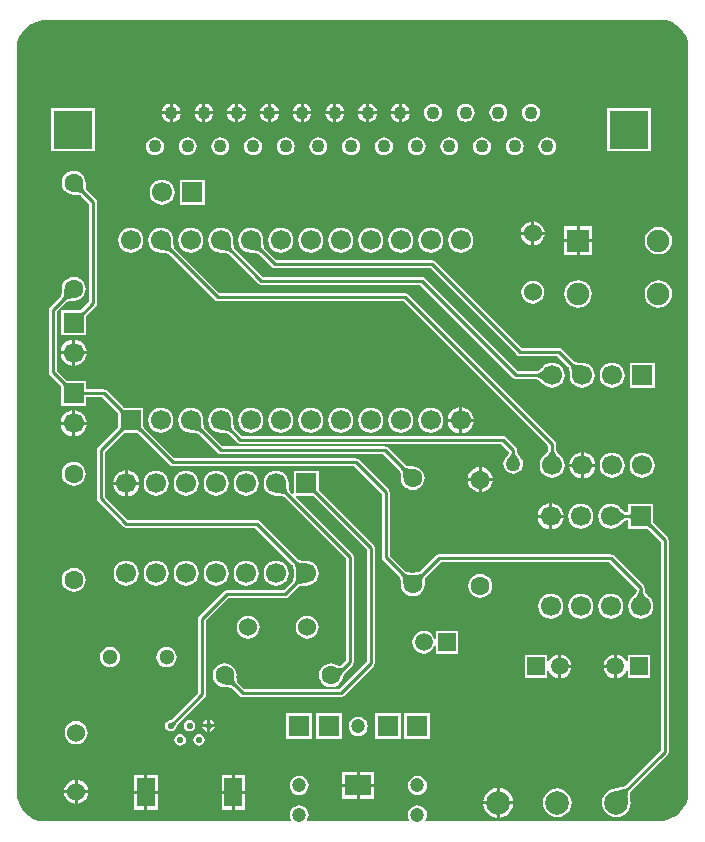
<source format=gbl>
G04 Layer_Physical_Order=2*
G04 Layer_Color=16711680*
%FSLAX25Y25*%
%MOIN*%
G70*
G01*
G75*
%ADD10C,0.01000*%
%ADD11C,0.07480*%
%ADD12R,0.07480X0.07480*%
%ADD13R,0.12992X0.12992*%
%ADD14C,0.04331*%
%ADD15C,0.06000*%
%ADD16C,0.06693*%
%ADD17R,0.06693X0.06693*%
%ADD18C,0.05906*%
%ADD19R,0.05906X0.05906*%
%ADD20C,0.07874*%
%ADD21C,0.06299*%
%ADD22R,0.06693X0.06693*%
%ADD23C,0.05118*%
%ADD24R,0.05906X0.09449*%
%ADD25C,0.02165*%
%ADD26R,0.07087X0.07087*%
%ADD27R,0.08661X0.07087*%
%ADD28C,0.04724*%
%ADD29C,0.05000*%
G36*
X218771Y275281D02*
X220363Y274622D01*
X221833Y273721D01*
X223035Y272694D01*
X224062Y271492D01*
X224963Y270022D01*
X225622Y268430D01*
X225901Y267268D01*
X225917Y16500D01*
X225919Y16493D01*
X225717Y15655D01*
X225058Y14063D01*
X224158Y12594D01*
X223038Y11283D01*
X221728Y10164D01*
X220258Y9264D01*
X218666Y8604D01*
X217505Y8326D01*
X138431D01*
X138210Y8774D01*
X138290Y8878D01*
X138608Y9647D01*
X138717Y10472D01*
X138608Y11298D01*
X138290Y12067D01*
X137783Y12728D01*
X137122Y13235D01*
X136353Y13553D01*
X135528Y13662D01*
X134702Y13553D01*
X133933Y13235D01*
X133272Y12728D01*
X132765Y12067D01*
X132447Y11298D01*
X132338Y10472D01*
X132447Y9647D01*
X132765Y8878D01*
X132845Y8774D01*
X132624Y8326D01*
X99061D01*
X98840Y8774D01*
X98920Y8878D01*
X99238Y9647D01*
X99347Y10472D01*
X99238Y11298D01*
X98920Y12067D01*
X98413Y12728D01*
X97752Y13235D01*
X96983Y13553D01*
X96157Y13662D01*
X95332Y13553D01*
X94563Y13235D01*
X93902Y12728D01*
X93395Y12067D01*
X93077Y11298D01*
X92968Y10472D01*
X93077Y9647D01*
X93395Y8878D01*
X93475Y8774D01*
X93254Y8326D01*
X9961D01*
X9155Y8519D01*
X7563Y9178D01*
X6094Y10079D01*
X4891Y11106D01*
X3864Y12308D01*
X2964Y13778D01*
X2304Y15370D01*
X2025Y16532D01*
Y267313D01*
X2225Y268145D01*
X2885Y269737D01*
X3785Y271206D01*
X4904Y272516D01*
X6215Y273636D01*
X7684Y274536D01*
X9276Y275196D01*
X10438Y275475D01*
X217966D01*
X218771Y275281D01*
D02*
G37*
%LPC*%
G36*
X38000Y120500D02*
X34182D01*
X34265Y119865D01*
X34703Y118808D01*
X35400Y117900D01*
X36308Y117203D01*
X37365Y116765D01*
X38000Y116682D01*
Y120500D01*
D02*
G37*
G36*
X42818D02*
X39000D01*
Y116682D01*
X39635Y116765D01*
X40692Y117203D01*
X41600Y117900D01*
X42297Y118808D01*
X42735Y119865D01*
X42818Y120500D01*
D02*
G37*
G36*
X48500Y125182D02*
X47418Y125040D01*
X46409Y124622D01*
X45543Y123957D01*
X44878Y123091D01*
X44460Y122082D01*
X44318Y121000D01*
X44460Y119918D01*
X44878Y118909D01*
X45543Y118043D01*
X46409Y117378D01*
X47418Y116960D01*
X48500Y116818D01*
X49582Y116960D01*
X50591Y117378D01*
X51457Y118043D01*
X52122Y118909D01*
X52540Y119918D01*
X52682Y121000D01*
X52540Y122082D01*
X52122Y123091D01*
X51457Y123957D01*
X50591Y124622D01*
X49582Y125040D01*
X48500Y125182D01*
D02*
G37*
G36*
X190000Y114182D02*
X188918Y114040D01*
X187909Y113622D01*
X187043Y112957D01*
X186378Y112091D01*
X185960Y111082D01*
X185818Y110000D01*
X185960Y108918D01*
X186378Y107909D01*
X187043Y107043D01*
X187909Y106378D01*
X188918Y105960D01*
X190000Y105818D01*
X191082Y105960D01*
X192091Y106378D01*
X192957Y107043D01*
X193622Y107909D01*
X194040Y108918D01*
X194182Y110000D01*
X194040Y111082D01*
X193622Y112091D01*
X192957Y112957D01*
X192091Y113622D01*
X191082Y114040D01*
X190000Y114182D01*
D02*
G37*
G36*
X179500Y114318D02*
X178865Y114235D01*
X177808Y113797D01*
X176900Y113100D01*
X176203Y112192D01*
X175765Y111135D01*
X175682Y110500D01*
X179500D01*
Y114318D01*
D02*
G37*
G36*
X180500D02*
Y110500D01*
X184318D01*
X184235Y111135D01*
X183797Y112192D01*
X183100Y113100D01*
X182192Y113797D01*
X181135Y114235D01*
X180500Y114318D01*
D02*
G37*
G36*
X160620Y121717D02*
X157000D01*
Y118097D01*
X157583Y118174D01*
X158593Y118592D01*
X159459Y119257D01*
X160125Y120124D01*
X160543Y121133D01*
X160620Y121717D01*
D02*
G37*
G36*
X156000D02*
X152380D01*
X152457Y121133D01*
X152875Y120124D01*
X153541Y119257D01*
X154407Y118592D01*
X155417Y118174D01*
X156000Y118097D01*
Y121717D01*
D02*
G37*
G36*
X60000Y146182D02*
X58918Y146040D01*
X57909Y145622D01*
X57043Y144957D01*
X56378Y144091D01*
X55960Y143082D01*
X55818Y142000D01*
X55960Y140918D01*
X56378Y139909D01*
X57043Y139043D01*
X57909Y138378D01*
X58918Y137960D01*
X60000Y137818D01*
X60149Y137837D01*
X60504Y137835D01*
X61341Y137783D01*
X61680Y137738D01*
X61984Y137679D01*
X62244Y137610D01*
X62457Y137534D01*
X62624Y137455D01*
X62745Y137379D01*
X62758Y137367D01*
X69063Y131063D01*
X69493Y130775D01*
X70000Y130675D01*
X124168D01*
X129596Y125246D01*
X129600Y125241D01*
X129672Y125129D01*
X129746Y124975D01*
X129818Y124779D01*
X129883Y124541D01*
X129939Y124262D01*
X129982Y123952D01*
X130032Y123180D01*
X130034Y122852D01*
X130016Y122716D01*
X130152Y121686D01*
X130550Y120725D01*
X131183Y119900D01*
X132008Y119267D01*
X132969Y118869D01*
X134000Y118733D01*
X135031Y118869D01*
X135992Y119267D01*
X136817Y119900D01*
X137450Y120725D01*
X137848Y121686D01*
X137984Y122716D01*
X137848Y123748D01*
X137450Y124708D01*
X136817Y125533D01*
X135992Y126166D01*
X135031Y126565D01*
X134000Y126700D01*
X133864Y126682D01*
X133537Y126685D01*
X132765Y126734D01*
X132455Y126778D01*
X132175Y126833D01*
X131937Y126898D01*
X131741Y126970D01*
X131588Y127044D01*
X131475Y127117D01*
X131470Y127121D01*
X125654Y132937D01*
X125224Y133225D01*
X124716Y133326D01*
X70549D01*
X64633Y139242D01*
X64621Y139255D01*
X64545Y139376D01*
X64466Y139543D01*
X64389Y139756D01*
X64321Y140016D01*
X64262Y140320D01*
X64217Y140659D01*
X64165Y141496D01*
X64163Y141851D01*
X64182Y142000D01*
X64040Y143082D01*
X63622Y144091D01*
X62957Y144957D01*
X62091Y145622D01*
X61082Y146040D01*
X60000Y146182D01*
D02*
G37*
G36*
X58500Y125182D02*
X57418Y125040D01*
X56409Y124622D01*
X55543Y123957D01*
X54878Y123091D01*
X54460Y122082D01*
X54318Y121000D01*
X54460Y119918D01*
X54878Y118909D01*
X55543Y118043D01*
X56409Y117378D01*
X57418Y116960D01*
X58500Y116818D01*
X59582Y116960D01*
X60591Y117378D01*
X61457Y118043D01*
X62122Y118909D01*
X62540Y119918D01*
X62682Y121000D01*
X62540Y122082D01*
X62122Y123091D01*
X61457Y123957D01*
X60591Y124622D01*
X59582Y125040D01*
X58500Y125182D01*
D02*
G37*
G36*
X68500D02*
X67418Y125040D01*
X66409Y124622D01*
X65543Y123957D01*
X64878Y123091D01*
X64460Y122082D01*
X64318Y121000D01*
X64460Y119918D01*
X64878Y118909D01*
X65543Y118043D01*
X66409Y117378D01*
X67418Y116960D01*
X68500Y116818D01*
X69582Y116960D01*
X70591Y117378D01*
X71457Y118043D01*
X72122Y118909D01*
X72540Y119918D01*
X72682Y121000D01*
X72540Y122082D01*
X72122Y123091D01*
X71457Y123957D01*
X70591Y124622D01*
X69582Y125040D01*
X68500Y125182D01*
D02*
G37*
G36*
X78500D02*
X77418Y125040D01*
X76409Y124622D01*
X75543Y123957D01*
X74878Y123091D01*
X74460Y122082D01*
X74318Y121000D01*
X74460Y119918D01*
X74878Y118909D01*
X75543Y118043D01*
X76409Y117378D01*
X77418Y116960D01*
X78500Y116818D01*
X79582Y116960D01*
X80591Y117378D01*
X81457Y118043D01*
X82122Y118909D01*
X82540Y119918D01*
X82682Y121000D01*
X82540Y122082D01*
X82122Y123091D01*
X81457Y123957D01*
X80591Y124622D01*
X79582Y125040D01*
X78500Y125182D01*
D02*
G37*
G36*
X21000Y92767D02*
X19969Y92631D01*
X19008Y92233D01*
X18183Y91600D01*
X17550Y90775D01*
X17152Y89815D01*
X17016Y88784D01*
X17152Y87752D01*
X17550Y86792D01*
X18183Y85967D01*
X19008Y85334D01*
X19969Y84935D01*
X21000Y84800D01*
X22031Y84935D01*
X22992Y85334D01*
X23817Y85967D01*
X24450Y86792D01*
X24848Y87752D01*
X24984Y88784D01*
X24848Y89815D01*
X24450Y90775D01*
X23817Y91600D01*
X22992Y92233D01*
X22031Y92631D01*
X21000Y92767D01*
D02*
G37*
G36*
X38500Y95182D02*
X37418Y95040D01*
X36409Y94622D01*
X35543Y93957D01*
X34878Y93091D01*
X34460Y92082D01*
X34318Y91000D01*
X34460Y89918D01*
X34878Y88909D01*
X35543Y88043D01*
X36409Y87378D01*
X37418Y86960D01*
X38500Y86818D01*
X39582Y86960D01*
X40591Y87378D01*
X41457Y88043D01*
X42122Y88909D01*
X42540Y89918D01*
X42682Y91000D01*
X42540Y92082D01*
X42122Y93091D01*
X41457Y93957D01*
X40591Y94622D01*
X39582Y95040D01*
X38500Y95182D01*
D02*
G37*
G36*
X48500D02*
X47418Y95040D01*
X46409Y94622D01*
X45543Y93957D01*
X44878Y93091D01*
X44460Y92082D01*
X44318Y91000D01*
X44460Y89918D01*
X44878Y88909D01*
X45543Y88043D01*
X46409Y87378D01*
X47418Y86960D01*
X48500Y86818D01*
X49582Y86960D01*
X50591Y87378D01*
X51457Y88043D01*
X52122Y88909D01*
X52540Y89918D01*
X52682Y91000D01*
X52540Y92082D01*
X52122Y93091D01*
X51457Y93957D01*
X50591Y94622D01*
X49582Y95040D01*
X48500Y95182D01*
D02*
G37*
G36*
X190000Y84182D02*
X188918Y84040D01*
X187909Y83622D01*
X187043Y82957D01*
X186378Y82091D01*
X185960Y81082D01*
X185818Y80000D01*
X185960Y78918D01*
X186378Y77909D01*
X187043Y77043D01*
X187909Y76378D01*
X188918Y75960D01*
X190000Y75818D01*
X191082Y75960D01*
X192091Y76378D01*
X192957Y77043D01*
X193622Y77909D01*
X194040Y78918D01*
X194182Y80000D01*
X194040Y81082D01*
X193622Y82091D01*
X192957Y82957D01*
X192091Y83622D01*
X191082Y84040D01*
X190000Y84182D01*
D02*
G37*
G36*
X200000D02*
X198918Y84040D01*
X197909Y83622D01*
X197043Y82957D01*
X196378Y82091D01*
X195960Y81082D01*
X195818Y80000D01*
X195960Y78918D01*
X196378Y77909D01*
X197043Y77043D01*
X197909Y76378D01*
X198918Y75960D01*
X200000Y75818D01*
X201082Y75960D01*
X202091Y76378D01*
X202957Y77043D01*
X203622Y77909D01*
X204040Y78918D01*
X204182Y80000D01*
X204040Y81082D01*
X203622Y82091D01*
X202957Y82957D01*
X202091Y83622D01*
X201082Y84040D01*
X200000Y84182D01*
D02*
G37*
G36*
X156500Y90767D02*
X155469Y90631D01*
X154508Y90233D01*
X153683Y89600D01*
X153050Y88775D01*
X152652Y87814D01*
X152516Y86783D01*
X152652Y85752D01*
X153050Y84792D01*
X153683Y83967D01*
X154508Y83333D01*
X155469Y82936D01*
X156500Y82800D01*
X157531Y82936D01*
X158492Y83333D01*
X159317Y83967D01*
X159950Y84792D01*
X160348Y85752D01*
X160484Y86783D01*
X160348Y87814D01*
X159950Y88775D01*
X159317Y89600D01*
X158492Y90233D01*
X157531Y90631D01*
X156500Y90767D01*
D02*
G37*
G36*
X88500Y95182D02*
X87418Y95040D01*
X86409Y94622D01*
X85543Y93957D01*
X84878Y93091D01*
X84460Y92082D01*
X84318Y91000D01*
X84460Y89918D01*
X84878Y88909D01*
X85543Y88043D01*
X86409Y87378D01*
X87418Y86960D01*
X88500Y86818D01*
X89582Y86960D01*
X90591Y87378D01*
X91457Y88043D01*
X92122Y88909D01*
X92540Y89918D01*
X92682Y91000D01*
X92540Y92082D01*
X92122Y93091D01*
X91457Y93957D01*
X90591Y94622D01*
X89582Y95040D01*
X88500Y95182D01*
D02*
G37*
G36*
X179500Y109500D02*
X175682D01*
X175765Y108865D01*
X176203Y107808D01*
X176900Y106900D01*
X177808Y106203D01*
X178865Y105765D01*
X179500Y105682D01*
Y109500D01*
D02*
G37*
G36*
X184318D02*
X180500D01*
Y105682D01*
X181135Y105765D01*
X182192Y106203D01*
X183100Y106900D01*
X183797Y107808D01*
X184235Y108865D01*
X184318Y109500D01*
D02*
G37*
G36*
X58500Y95182D02*
X57418Y95040D01*
X56409Y94622D01*
X55543Y93957D01*
X54878Y93091D01*
X54460Y92082D01*
X54318Y91000D01*
X54460Y89918D01*
X54878Y88909D01*
X55543Y88043D01*
X56409Y87378D01*
X57418Y86960D01*
X58500Y86818D01*
X59582Y86960D01*
X60591Y87378D01*
X61457Y88043D01*
X62122Y88909D01*
X62540Y89918D01*
X62682Y91000D01*
X62540Y92082D01*
X62122Y93091D01*
X61457Y93957D01*
X60591Y94622D01*
X59582Y95040D01*
X58500Y95182D01*
D02*
G37*
G36*
X68500D02*
X67418Y95040D01*
X66409Y94622D01*
X65543Y93957D01*
X64878Y93091D01*
X64460Y92082D01*
X64318Y91000D01*
X64460Y89918D01*
X64878Y88909D01*
X65543Y88043D01*
X66409Y87378D01*
X67418Y86960D01*
X68500Y86818D01*
X69582Y86960D01*
X70591Y87378D01*
X71457Y88043D01*
X72122Y88909D01*
X72540Y89918D01*
X72682Y91000D01*
X72540Y92082D01*
X72122Y93091D01*
X71457Y93957D01*
X70591Y94622D01*
X69582Y95040D01*
X68500Y95182D01*
D02*
G37*
G36*
X78500D02*
X77418Y95040D01*
X76409Y94622D01*
X75543Y93957D01*
X74878Y93091D01*
X74460Y92082D01*
X74318Y91000D01*
X74460Y89918D01*
X74878Y88909D01*
X75543Y88043D01*
X76409Y87378D01*
X77418Y86960D01*
X78500Y86818D01*
X79582Y86960D01*
X80591Y87378D01*
X81457Y88043D01*
X82122Y88909D01*
X82540Y89918D01*
X82682Y91000D01*
X82540Y92082D01*
X82122Y93091D01*
X81457Y93957D01*
X80591Y94622D01*
X79582Y95040D01*
X78500Y95182D01*
D02*
G37*
G36*
X21000Y128200D02*
X19969Y128065D01*
X19008Y127666D01*
X18183Y127033D01*
X17550Y126208D01*
X17152Y125248D01*
X17016Y124216D01*
X17152Y123186D01*
X17550Y122225D01*
X18183Y121400D01*
X19008Y120767D01*
X19969Y120369D01*
X21000Y120233D01*
X22031Y120369D01*
X22992Y120767D01*
X23817Y121400D01*
X24450Y122225D01*
X24848Y123186D01*
X24984Y124216D01*
X24848Y125248D01*
X24450Y126208D01*
X23817Y127033D01*
X22992Y127666D01*
X22031Y128065D01*
X21000Y128200D01*
D02*
G37*
G36*
X154318Y141500D02*
X150500D01*
Y137682D01*
X151135Y137765D01*
X152192Y138203D01*
X153100Y138900D01*
X153797Y139808D01*
X154235Y140865D01*
X154318Y141500D01*
D02*
G37*
G36*
X50000Y146182D02*
X48918Y146040D01*
X47909Y145622D01*
X47043Y144957D01*
X46378Y144091D01*
X45960Y143082D01*
X45818Y142000D01*
X45960Y140918D01*
X46378Y139909D01*
X47043Y139043D01*
X47909Y138378D01*
X48918Y137960D01*
X50000Y137818D01*
X51082Y137960D01*
X52091Y138378D01*
X52957Y139043D01*
X53622Y139909D01*
X54040Y140918D01*
X54182Y142000D01*
X54040Y143082D01*
X53622Y144091D01*
X52957Y144957D01*
X52091Y145622D01*
X51082Y146040D01*
X50000Y146182D01*
D02*
G37*
G36*
X80000D02*
X78918Y146040D01*
X77909Y145622D01*
X77043Y144957D01*
X76378Y144091D01*
X75960Y143082D01*
X75818Y142000D01*
X75960Y140918D01*
X76378Y139909D01*
X77043Y139043D01*
X77909Y138378D01*
X78918Y137960D01*
X80000Y137818D01*
X81082Y137960D01*
X82091Y138378D01*
X82957Y139043D01*
X83622Y139909D01*
X84040Y140918D01*
X84182Y142000D01*
X84040Y143082D01*
X83622Y144091D01*
X82957Y144957D01*
X82091Y145622D01*
X81082Y146040D01*
X80000Y146182D01*
D02*
G37*
G36*
X20500Y140500D02*
X16682D01*
X16765Y139865D01*
X17203Y138808D01*
X17900Y137900D01*
X18808Y137203D01*
X19865Y136765D01*
X20500Y136682D01*
Y140500D01*
D02*
G37*
G36*
X25318D02*
X21500D01*
Y136682D01*
X22135Y136765D01*
X23192Y137203D01*
X24100Y137900D01*
X24797Y138808D01*
X25235Y139865D01*
X25318Y140500D01*
D02*
G37*
G36*
X149500Y141500D02*
X145682D01*
X145765Y140865D01*
X146203Y139808D01*
X146900Y138900D01*
X147808Y138203D01*
X148865Y137765D01*
X149500Y137682D01*
Y141500D01*
D02*
G37*
G36*
X120000Y146182D02*
X118918Y146040D01*
X117909Y145622D01*
X117043Y144957D01*
X116378Y144091D01*
X115960Y143082D01*
X115818Y142000D01*
X115960Y140918D01*
X116378Y139909D01*
X117043Y139043D01*
X117909Y138378D01*
X118918Y137960D01*
X120000Y137818D01*
X121082Y137960D01*
X122091Y138378D01*
X122957Y139043D01*
X123622Y139909D01*
X124040Y140918D01*
X124182Y142000D01*
X124040Y143082D01*
X123622Y144091D01*
X122957Y144957D01*
X122091Y145622D01*
X121082Y146040D01*
X120000Y146182D01*
D02*
G37*
G36*
X130000D02*
X128918Y146040D01*
X127909Y145622D01*
X127043Y144957D01*
X126378Y144091D01*
X125960Y143082D01*
X125818Y142000D01*
X125960Y140918D01*
X126378Y139909D01*
X127043Y139043D01*
X127909Y138378D01*
X128918Y137960D01*
X130000Y137818D01*
X131082Y137960D01*
X132091Y138378D01*
X132957Y139043D01*
X133622Y139909D01*
X134040Y140918D01*
X134182Y142000D01*
X134040Y143082D01*
X133622Y144091D01*
X132957Y144957D01*
X132091Y145622D01*
X131082Y146040D01*
X130000Y146182D01*
D02*
G37*
G36*
X140000D02*
X138918Y146040D01*
X137909Y145622D01*
X137043Y144957D01*
X136378Y144091D01*
X135960Y143082D01*
X135818Y142000D01*
X135960Y140918D01*
X136378Y139909D01*
X137043Y139043D01*
X137909Y138378D01*
X138918Y137960D01*
X140000Y137818D01*
X141082Y137960D01*
X142091Y138378D01*
X142957Y139043D01*
X143622Y139909D01*
X144040Y140918D01*
X144182Y142000D01*
X144040Y143082D01*
X143622Y144091D01*
X142957Y144957D01*
X142091Y145622D01*
X141082Y146040D01*
X140000Y146182D01*
D02*
G37*
G36*
X90000D02*
X88918Y146040D01*
X87909Y145622D01*
X87043Y144957D01*
X86378Y144091D01*
X85960Y143082D01*
X85818Y142000D01*
X85960Y140918D01*
X86378Y139909D01*
X87043Y139043D01*
X87909Y138378D01*
X88918Y137960D01*
X90000Y137818D01*
X91082Y137960D01*
X92091Y138378D01*
X92957Y139043D01*
X93622Y139909D01*
X94040Y140918D01*
X94182Y142000D01*
X94040Y143082D01*
X93622Y144091D01*
X92957Y144957D01*
X92091Y145622D01*
X91082Y146040D01*
X90000Y146182D01*
D02*
G37*
G36*
X100000D02*
X98918Y146040D01*
X97909Y145622D01*
X97043Y144957D01*
X96378Y144091D01*
X95960Y143082D01*
X95818Y142000D01*
X95960Y140918D01*
X96378Y139909D01*
X97043Y139043D01*
X97909Y138378D01*
X98918Y137960D01*
X100000Y137818D01*
X101082Y137960D01*
X102091Y138378D01*
X102957Y139043D01*
X103622Y139909D01*
X104040Y140918D01*
X104182Y142000D01*
X104040Y143082D01*
X103622Y144091D01*
X102957Y144957D01*
X102091Y145622D01*
X101082Y146040D01*
X100000Y146182D01*
D02*
G37*
G36*
X110000D02*
X108918Y146040D01*
X107909Y145622D01*
X107043Y144957D01*
X106378Y144091D01*
X105960Y143082D01*
X105818Y142000D01*
X105960Y140918D01*
X106378Y139909D01*
X107043Y139043D01*
X107909Y138378D01*
X108918Y137960D01*
X110000Y137818D01*
X111082Y137960D01*
X112091Y138378D01*
X112957Y139043D01*
X113622Y139909D01*
X114040Y140918D01*
X114182Y142000D01*
X114040Y143082D01*
X113622Y144091D01*
X112957Y144957D01*
X112091Y145622D01*
X111082Y146040D01*
X110000Y146182D01*
D02*
G37*
G36*
X194818Y126500D02*
X191000D01*
Y122682D01*
X191635Y122765D01*
X192692Y123203D01*
X193600Y123900D01*
X194297Y124808D01*
X194735Y125865D01*
X194818Y126500D01*
D02*
G37*
G36*
X156000Y126336D02*
X155417Y126259D01*
X154407Y125841D01*
X153541Y125176D01*
X152875Y124309D01*
X152457Y123300D01*
X152380Y122717D01*
X156000D01*
Y126336D01*
D02*
G37*
G36*
X157000Y126336D02*
Y122717D01*
X160620D01*
X160543Y123300D01*
X160125Y124309D01*
X159459Y125176D01*
X158593Y125841D01*
X157583Y126259D01*
X157000Y126336D01*
D02*
G37*
G36*
X38000Y125318D02*
X37365Y125235D01*
X36308Y124797D01*
X35400Y124100D01*
X34703Y123192D01*
X34265Y122135D01*
X34182Y121500D01*
X38000D01*
Y125318D01*
D02*
G37*
G36*
X39000D02*
Y121500D01*
X42818D01*
X42735Y122135D01*
X42297Y123192D01*
X41600Y124100D01*
X40692Y124797D01*
X39635Y125235D01*
X39000Y125318D01*
D02*
G37*
G36*
X190000Y126500D02*
X186182D01*
X186265Y125865D01*
X186703Y124808D01*
X187400Y123900D01*
X188308Y123203D01*
X189365Y122765D01*
X190000Y122682D01*
Y126500D01*
D02*
G37*
G36*
X70000Y146182D02*
X68918Y146040D01*
X67909Y145622D01*
X67043Y144957D01*
X66378Y144091D01*
X65960Y143082D01*
X65818Y142000D01*
X65960Y140918D01*
X66378Y139909D01*
X67043Y139043D01*
X67909Y138378D01*
X68918Y137960D01*
X70000Y137818D01*
X70148Y137837D01*
X70504Y137835D01*
X71341Y137783D01*
X71680Y137738D01*
X71984Y137679D01*
X72244Y137610D01*
X72457Y137534D01*
X72623Y137455D01*
X72745Y137379D01*
X72758Y137367D01*
X75563Y134563D01*
X75993Y134275D01*
X76500Y134175D01*
X163451D01*
X166174Y131451D01*
Y131350D01*
X166157Y131260D01*
X166120Y131140D01*
X166062Y131001D01*
X165980Y130846D01*
X165873Y130676D01*
X165746Y130500D01*
X165386Y130079D01*
X165221Y129911D01*
X165146Y129854D01*
X164618Y129164D01*
X164285Y128361D01*
X164172Y127500D01*
X164285Y126638D01*
X164618Y125836D01*
X165146Y125146D01*
X165836Y124618D01*
X166639Y124285D01*
X167500Y124171D01*
X168361Y124285D01*
X169164Y124618D01*
X169854Y125146D01*
X170382Y125836D01*
X170715Y126638D01*
X170828Y127500D01*
X170715Y128361D01*
X170382Y129164D01*
X169854Y129854D01*
X169788Y129904D01*
X169414Y130301D01*
X169260Y130491D01*
X169127Y130676D01*
X169020Y130846D01*
X168938Y131001D01*
X168880Y131140D01*
X168843Y131260D01*
X168825Y131350D01*
Y132000D01*
X168725Y132507D01*
X168437Y132937D01*
X164937Y136437D01*
X164507Y136725D01*
X164000Y136826D01*
X77049D01*
X74633Y139242D01*
X74621Y139255D01*
X74545Y139376D01*
X74466Y139543D01*
X74389Y139756D01*
X74321Y140016D01*
X74262Y140320D01*
X74217Y140659D01*
X74165Y141496D01*
X74163Y141851D01*
X74182Y142000D01*
X74040Y143082D01*
X73622Y144091D01*
X72957Y144957D01*
X72091Y145622D01*
X71082Y146040D01*
X70000Y146182D01*
D02*
G37*
G36*
X190000Y131318D02*
X189365Y131235D01*
X188308Y130797D01*
X187400Y130100D01*
X186703Y129192D01*
X186265Y128135D01*
X186182Y127500D01*
X190000D01*
Y131318D01*
D02*
G37*
G36*
X191000D02*
Y127500D01*
X194818D01*
X194735Y128135D01*
X194297Y129192D01*
X193600Y130100D01*
X192692Y130797D01*
X191635Y131235D01*
X191000Y131318D01*
D02*
G37*
G36*
X50000Y206182D02*
X48918Y206040D01*
X47909Y205622D01*
X47043Y204957D01*
X46378Y204091D01*
X45960Y203082D01*
X45818Y202000D01*
X45960Y200918D01*
X46378Y199909D01*
X47043Y199043D01*
X47909Y198378D01*
X48918Y197960D01*
X50000Y197818D01*
X50148Y197837D01*
X50504Y197835D01*
X51341Y197783D01*
X51680Y197738D01*
X51984Y197679D01*
X52244Y197610D01*
X52457Y197534D01*
X52623Y197455D01*
X52745Y197379D01*
X52758Y197367D01*
X68063Y182063D01*
X68493Y181775D01*
X69000Y181675D01*
X130951D01*
X179174Y133451D01*
Y132226D01*
X179173Y132209D01*
X179141Y132069D01*
X179080Y131895D01*
X178983Y131690D01*
X178848Y131458D01*
X178674Y131202D01*
X178467Y130930D01*
X177911Y130301D01*
X177662Y130049D01*
X177543Y129957D01*
X176878Y129091D01*
X176460Y128082D01*
X176318Y127000D01*
X176460Y125918D01*
X176878Y124909D01*
X177543Y124043D01*
X178409Y123378D01*
X179418Y122960D01*
X180500Y122818D01*
X181582Y122960D01*
X182591Y123378D01*
X183457Y124043D01*
X184122Y124909D01*
X184540Y125918D01*
X184682Y127000D01*
X184540Y128082D01*
X184122Y129091D01*
X183457Y129957D01*
X183338Y130049D01*
X183089Y130301D01*
X182533Y130930D01*
X182325Y131202D01*
X182152Y131458D01*
X182017Y131690D01*
X181920Y131895D01*
X181859Y132069D01*
X181827Y132209D01*
X181825Y132226D01*
Y134000D01*
X181725Y134507D01*
X181437Y134937D01*
X132437Y183937D01*
X132007Y184225D01*
X131500Y184326D01*
X69549D01*
X54633Y199242D01*
X54621Y199255D01*
X54545Y199376D01*
X54466Y199543D01*
X54390Y199756D01*
X54321Y200016D01*
X54262Y200320D01*
X54217Y200659D01*
X54165Y201496D01*
X54163Y201852D01*
X54182Y202000D01*
X54040Y203082D01*
X53622Y204091D01*
X52957Y204957D01*
X52091Y205622D01*
X51082Y206040D01*
X50000Y206182D01*
D02*
G37*
G36*
X200500Y131182D02*
X199418Y131040D01*
X198409Y130622D01*
X197543Y129957D01*
X196878Y129091D01*
X196460Y128082D01*
X196318Y127000D01*
X196460Y125918D01*
X196878Y124909D01*
X197543Y124043D01*
X198409Y123378D01*
X199418Y122960D01*
X200500Y122818D01*
X201582Y122960D01*
X202591Y123378D01*
X203457Y124043D01*
X204122Y124909D01*
X204540Y125918D01*
X204682Y127000D01*
X204540Y128082D01*
X204122Y129091D01*
X203457Y129957D01*
X202591Y130622D01*
X201582Y131040D01*
X200500Y131182D01*
D02*
G37*
G36*
X210500D02*
X209418Y131040D01*
X208409Y130622D01*
X207543Y129957D01*
X206878Y129091D01*
X206460Y128082D01*
X206318Y127000D01*
X206460Y125918D01*
X206878Y124909D01*
X207543Y124043D01*
X208409Y123378D01*
X209418Y122960D01*
X210500Y122818D01*
X211582Y122960D01*
X212591Y123378D01*
X213457Y124043D01*
X214122Y124909D01*
X214540Y125918D01*
X214682Y127000D01*
X214540Y128082D01*
X214122Y129091D01*
X213457Y129957D01*
X212591Y130622D01*
X211582Y131040D01*
X210500Y131182D01*
D02*
G37*
G36*
X180000Y84182D02*
X178918Y84040D01*
X177909Y83622D01*
X177043Y82957D01*
X176378Y82091D01*
X175960Y81082D01*
X175818Y80000D01*
X175960Y78918D01*
X176378Y77909D01*
X177043Y77043D01*
X177909Y76378D01*
X178918Y75960D01*
X180000Y75818D01*
X181082Y75960D01*
X182091Y76378D01*
X182957Y77043D01*
X183622Y77909D01*
X184040Y78918D01*
X184182Y80000D01*
X184040Y81082D01*
X183622Y82091D01*
X182957Y82957D01*
X182091Y83622D01*
X181082Y84040D01*
X180000Y84182D01*
D02*
G37*
G36*
X73717Y23705D02*
X70264D01*
Y18480D01*
X73717D01*
Y23705D01*
D02*
G37*
G36*
X78169D02*
X74717D01*
Y18480D01*
X78169D01*
Y23705D01*
D02*
G37*
G36*
X44583D02*
X41130D01*
Y18480D01*
X44583D01*
Y23705D01*
D02*
G37*
G36*
X121173Y19815D02*
X116342D01*
Y15772D01*
X121173D01*
Y19815D01*
D02*
G37*
G36*
X96157Y23504D02*
X95332Y23396D01*
X94563Y23077D01*
X93902Y22570D01*
X93395Y21910D01*
X93077Y21140D01*
X92968Y20315D01*
X93077Y19489D01*
X93395Y18720D01*
X93902Y18060D01*
X94563Y17553D01*
X95332Y17234D01*
X96157Y17126D01*
X96983Y17234D01*
X97752Y17553D01*
X98413Y18060D01*
X98920Y18720D01*
X99238Y19489D01*
X99347Y20315D01*
X99238Y21140D01*
X98920Y21910D01*
X98413Y22570D01*
X97752Y23077D01*
X96983Y23396D01*
X96157Y23504D01*
D02*
G37*
G36*
X135528D02*
X134702Y23396D01*
X133933Y23077D01*
X133272Y22570D01*
X132765Y21910D01*
X132447Y21140D01*
X132338Y20315D01*
X132447Y19489D01*
X132765Y18720D01*
X133272Y18060D01*
X133933Y17553D01*
X134702Y17234D01*
X135528Y17126D01*
X136353Y17234D01*
X137122Y17553D01*
X137783Y18060D01*
X138290Y18720D01*
X138608Y19489D01*
X138717Y20315D01*
X138608Y21140D01*
X138290Y21910D01*
X137783Y22570D01*
X137122Y23077D01*
X136353Y23396D01*
X135528Y23504D01*
D02*
G37*
G36*
X200000Y114182D02*
X198918Y114040D01*
X197909Y113622D01*
X197043Y112957D01*
X196378Y112091D01*
X195960Y111082D01*
X195818Y110000D01*
X195960Y108918D01*
X196378Y107909D01*
X197043Y107043D01*
X197909Y106378D01*
X198918Y105960D01*
X200000Y105818D01*
X201082Y105960D01*
X202091Y106378D01*
X202957Y107043D01*
X203048Y107162D01*
X203301Y107411D01*
X203930Y107967D01*
X204202Y108175D01*
X204458Y108348D01*
X204690Y108483D01*
X204895Y108580D01*
X205069Y108642D01*
X205209Y108673D01*
X205226Y108675D01*
X205854D01*
Y105853D01*
X211902D01*
X211920Y105850D01*
X211939Y105853D01*
X212216D01*
X212264Y105820D01*
X212532Y105593D01*
X216674Y101451D01*
Y32049D01*
X204788Y20163D01*
X204771Y20149D01*
X204630Y20062D01*
X204416Y19959D01*
X204135Y19848D01*
X203809Y19742D01*
X201795Y19299D01*
X201167Y19200D01*
X201167Y19200D01*
X201166Y19200D01*
X201103Y19177D01*
X200634Y19115D01*
X199481Y18638D01*
X198492Y17878D01*
X197732Y16889D01*
X197255Y15737D01*
X197092Y14500D01*
X197255Y13263D01*
X197732Y12111D01*
X198492Y11122D01*
X199481Y10362D01*
X200634Y9885D01*
X201870Y9722D01*
X203107Y9885D01*
X204259Y10362D01*
X205249Y11122D01*
X206008Y12111D01*
X206485Y13263D01*
X206648Y14500D01*
X206557Y15191D01*
X206562Y15256D01*
X206429Y16310D01*
X206407Y16738D01*
X206411Y17129D01*
X206440Y17472D01*
X206490Y17764D01*
X206558Y18005D01*
X206639Y18197D01*
X206727Y18344D01*
X206769Y18395D01*
X218937Y30563D01*
X219225Y30993D01*
X219325Y31500D01*
Y102000D01*
X219225Y102507D01*
X218937Y102937D01*
X214449Y107426D01*
X214292Y107595D01*
X214186Y107727D01*
X214146Y107784D01*
Y108061D01*
X214150Y108080D01*
X214146Y108098D01*
Y114146D01*
X205854D01*
Y111326D01*
X205226D01*
X205209Y111327D01*
X205069Y111358D01*
X204895Y111420D01*
X204690Y111517D01*
X204458Y111652D01*
X204202Y111826D01*
X203930Y112033D01*
X203301Y112589D01*
X203048Y112838D01*
X202957Y112957D01*
X202091Y113622D01*
X201082Y114040D01*
X200000Y114182D01*
D02*
G37*
G36*
X115342Y24858D02*
X110512D01*
Y20815D01*
X115342D01*
Y24858D01*
D02*
G37*
G36*
X121173D02*
X116342D01*
Y20815D01*
X121173D01*
Y24858D01*
D02*
G37*
G36*
X49035Y23705D02*
X45583D01*
Y18480D01*
X49035D01*
Y23705D01*
D02*
G37*
G36*
X21300Y22184D02*
X20756Y22112D01*
X19783Y21709D01*
X18947Y21068D01*
X18306Y20232D01*
X17903Y19259D01*
X17831Y18715D01*
X21300D01*
Y22184D01*
D02*
G37*
G36*
X22300D02*
Y18715D01*
X25769D01*
X25697Y19259D01*
X25294Y20232D01*
X24653Y21068D01*
X23817Y21709D01*
X22844Y22112D01*
X22300Y22184D01*
D02*
G37*
G36*
X44583Y17480D02*
X41130D01*
Y12256D01*
X44583D01*
Y17480D01*
D02*
G37*
G36*
X49035D02*
X45583D01*
Y12256D01*
X49035D01*
Y17480D01*
D02*
G37*
G36*
X73717Y17480D02*
X70264D01*
Y12256D01*
X73717D01*
Y17480D01*
D02*
G37*
G36*
X162000Y14000D02*
X157586D01*
X157690Y13211D01*
X158187Y12010D01*
X158979Y10979D01*
X160010Y10187D01*
X161211Y9690D01*
X162000Y9586D01*
Y14000D01*
D02*
G37*
G36*
X167414D02*
X163000D01*
Y9586D01*
X163789Y9690D01*
X164990Y10187D01*
X166021Y10979D01*
X166813Y12010D01*
X167310Y13211D01*
X167414Y14000D01*
D02*
G37*
G36*
X182185Y19278D02*
X180948Y19115D01*
X179796Y18638D01*
X178807Y17878D01*
X178047Y16889D01*
X177570Y15737D01*
X177407Y14500D01*
X177570Y13263D01*
X178047Y12111D01*
X178807Y11122D01*
X179796Y10362D01*
X180948Y9885D01*
X182185Y9722D01*
X183422Y9885D01*
X184574Y10362D01*
X185564Y11122D01*
X186323Y12111D01*
X186800Y13263D01*
X186963Y14500D01*
X186800Y15737D01*
X186323Y16889D01*
X185564Y17878D01*
X184574Y18638D01*
X183422Y19115D01*
X182185Y19278D01*
D02*
G37*
G36*
X162000Y19414D02*
X161211Y19310D01*
X160010Y18812D01*
X158979Y18021D01*
X158187Y16990D01*
X157690Y15789D01*
X157586Y15000D01*
X162000D01*
Y19414D01*
D02*
G37*
G36*
X163000D02*
Y15000D01*
X167414D01*
X167310Y15789D01*
X166813Y16990D01*
X166021Y18021D01*
X164990Y18812D01*
X163789Y19310D01*
X163000Y19414D01*
D02*
G37*
G36*
X115342Y19815D02*
X110512D01*
Y15772D01*
X115342D01*
Y19815D01*
D02*
G37*
G36*
X78169Y17480D02*
X74717D01*
Y12256D01*
X78169D01*
Y17480D01*
D02*
G37*
G36*
X21300Y17715D02*
X17831D01*
X17903Y17171D01*
X18306Y16198D01*
X18947Y15362D01*
X19783Y14721D01*
X20756Y14318D01*
X21300Y14246D01*
Y17715D01*
D02*
G37*
G36*
X25769D02*
X22300D01*
Y14246D01*
X22844Y14318D01*
X23817Y14721D01*
X24653Y15362D01*
X25294Y16198D01*
X25697Y17171D01*
X25769Y17715D01*
D02*
G37*
G36*
X56500Y37420D02*
X55765Y37273D01*
X55143Y36857D01*
X54727Y36235D01*
X54580Y35500D01*
X54727Y34765D01*
X55143Y34143D01*
X55765Y33727D01*
X56500Y33580D01*
X57235Y33727D01*
X57857Y34143D01*
X58273Y34765D01*
X58420Y35500D01*
X58273Y36235D01*
X57857Y36857D01*
X57235Y37273D01*
X56500Y37420D01*
D02*
G37*
G36*
X202063Y63921D02*
Y60000D01*
Y56079D01*
X202595Y56149D01*
X203556Y56547D01*
X204382Y57181D01*
X205016Y58007D01*
X205184Y58413D01*
X205684Y58314D01*
Y56247D01*
X213190D01*
Y63753D01*
X205684D01*
Y61686D01*
X205184Y61586D01*
X205016Y61993D01*
X204382Y62819D01*
X203556Y63453D01*
X202595Y63851D01*
X202063Y63921D01*
D02*
G37*
G36*
X33051Y66388D02*
X32174Y66273D01*
X31357Y65934D01*
X30656Y65396D01*
X30117Y64694D01*
X29779Y63877D01*
X29663Y63000D01*
X29779Y62123D01*
X30117Y61306D01*
X30656Y60604D01*
X31357Y60066D01*
X32174Y59727D01*
X33051Y59612D01*
X33928Y59727D01*
X34745Y60066D01*
X35447Y60604D01*
X35985Y61306D01*
X36324Y62123D01*
X36439Y63000D01*
X36324Y63877D01*
X35985Y64694D01*
X35447Y65396D01*
X34745Y65934D01*
X33928Y66273D01*
X33051Y66388D01*
D02*
G37*
G36*
X51949D02*
X51072Y66273D01*
X50255Y65934D01*
X49553Y65396D01*
X49015Y64694D01*
X48676Y63877D01*
X48561Y63000D01*
X48676Y62123D01*
X49015Y61306D01*
X49553Y60604D01*
X50255Y60066D01*
X51072Y59727D01*
X51949Y59612D01*
X52826Y59727D01*
X53643Y60066D01*
X54344Y60604D01*
X54883Y61306D01*
X55221Y62123D01*
X55337Y63000D01*
X55221Y63877D01*
X54883Y64694D01*
X54344Y65396D01*
X53643Y65934D01*
X52826Y66273D01*
X51949Y66388D01*
D02*
G37*
G36*
X88500Y125182D02*
X87418Y125040D01*
X86409Y124622D01*
X85543Y123957D01*
X84878Y123091D01*
X84460Y122082D01*
X84318Y121000D01*
X84460Y119918D01*
X84878Y118909D01*
X85543Y118043D01*
X86409Y117378D01*
X87418Y116960D01*
X88500Y116818D01*
X88648Y116837D01*
X89004Y116835D01*
X89841Y116783D01*
X90180Y116738D01*
X90484Y116679D01*
X90744Y116610D01*
X90957Y116534D01*
X91123Y116455D01*
X91245Y116379D01*
X91258Y116367D01*
X111674Y95951D01*
Y61832D01*
X110174Y60332D01*
X110153Y60314D01*
X110055Y60254D01*
X109952Y60211D01*
X109835Y60183D01*
X109693Y60172D01*
X109522Y60182D01*
X109320Y60219D01*
X109086Y60286D01*
X108823Y60388D01*
X108735Y60429D01*
X108708Y60450D01*
X108577Y60504D01*
X108508Y60537D01*
X108483Y60543D01*
X107748Y60848D01*
X106717Y60984D01*
X105685Y60848D01*
X104725Y60450D01*
X103900Y59817D01*
X103267Y58992D01*
X102869Y58031D01*
X102733Y57000D01*
X102869Y55969D01*
X103267Y55008D01*
X103900Y54183D01*
X104725Y53550D01*
X105685Y53152D01*
X106717Y53016D01*
X107748Y53152D01*
X108708Y53550D01*
X109533Y54183D01*
X110167Y55008D01*
X110282Y55286D01*
X110310Y55323D01*
X110310Y55326D01*
X110312Y55329D01*
X111166Y57116D01*
X111599Y57930D01*
X111689Y58079D01*
X111731Y58140D01*
X113937Y60346D01*
X114225Y60776D01*
X114325Y61283D01*
Y96500D01*
X114225Y97007D01*
X113937Y97437D01*
X94983Y116392D01*
X95174Y116853D01*
X100402D01*
X100420Y116850D01*
X100439Y116853D01*
X100716D01*
X100764Y116820D01*
X101032Y116593D01*
X118675Y98951D01*
Y61549D01*
X109451Y52325D01*
X77833D01*
X75688Y54470D01*
X75684Y54475D01*
X75611Y54588D01*
X75537Y54741D01*
X75465Y54937D01*
X75400Y55175D01*
X75344Y55454D01*
X75301Y55765D01*
X75252Y56537D01*
X75249Y56864D01*
X75267Y57000D01*
X75131Y58031D01*
X74733Y58992D01*
X74100Y59817D01*
X73275Y60450D01*
X72315Y60848D01*
X71284Y60984D01*
X70252Y60848D01*
X69292Y60450D01*
X68467Y59817D01*
X67834Y58992D01*
X67435Y58031D01*
X67300Y57000D01*
X67435Y55969D01*
X67834Y55008D01*
X68467Y54183D01*
X69292Y53550D01*
X70252Y53152D01*
X71284Y53016D01*
X71419Y53034D01*
X71747Y53032D01*
X72519Y52982D01*
X72829Y52939D01*
X73108Y52883D01*
X73346Y52818D01*
X73542Y52746D01*
X73696Y52672D01*
X73808Y52600D01*
X73813Y52596D01*
X76346Y50063D01*
X76776Y49775D01*
X77284Y49674D01*
X110000D01*
X110507Y49775D01*
X110937Y50063D01*
X120937Y60063D01*
X121225Y60493D01*
X121326Y61000D01*
Y99500D01*
X121225Y100007D01*
X120937Y100437D01*
X102949Y118426D01*
X102792Y118595D01*
X102686Y118727D01*
X102647Y118784D01*
Y119061D01*
X102650Y119080D01*
X102647Y119098D01*
Y125146D01*
X94353D01*
Y117674D01*
X93892Y117483D01*
X93133Y118242D01*
X93121Y118255D01*
X93045Y118377D01*
X92966Y118543D01*
X92889Y118756D01*
X92821Y119016D01*
X92762Y119320D01*
X92717Y119659D01*
X92665Y120496D01*
X92663Y120852D01*
X92682Y121000D01*
X92540Y122082D01*
X92122Y123091D01*
X91457Y123957D01*
X90591Y124622D01*
X89582Y125040D01*
X88500Y125182D01*
D02*
G37*
G36*
X186858Y59500D02*
X183437D01*
Y56079D01*
X183969Y56149D01*
X184930Y56547D01*
X185756Y57181D01*
X186390Y58007D01*
X186788Y58968D01*
X186858Y59500D01*
D02*
G37*
G36*
X201063D02*
X197642D01*
X197712Y58968D01*
X198110Y58007D01*
X198744Y57181D01*
X199570Y56547D01*
X200531Y56149D01*
X201063Y56079D01*
Y59500D01*
D02*
G37*
G36*
X137626Y71785D02*
X136646Y71656D01*
X135733Y71278D01*
X134950Y70676D01*
X134348Y69893D01*
X133970Y68980D01*
X133841Y68000D01*
X133970Y67020D01*
X134348Y66107D01*
X134950Y65324D01*
X135733Y64722D01*
X136646Y64344D01*
X137626Y64215D01*
X138606Y64344D01*
X139518Y64722D01*
X140303Y65324D01*
X140904Y66107D01*
X141282Y67020D01*
X141747Y66902D01*
Y64247D01*
X149253D01*
Y71753D01*
X141747D01*
Y69098D01*
X141282Y68980D01*
X140904Y69893D01*
X140303Y70676D01*
X139518Y71278D01*
X138606Y71656D01*
X137626Y71785D01*
D02*
G37*
G36*
X79158Y76833D02*
X78166Y76702D01*
X77241Y76319D01*
X76447Y75710D01*
X75838Y74916D01*
X75455Y73992D01*
X75325Y73000D01*
X75455Y72008D01*
X75838Y71084D01*
X76447Y70290D01*
X77241Y69681D01*
X78166Y69298D01*
X79158Y69167D01*
X80150Y69298D01*
X81074Y69681D01*
X81868Y70290D01*
X82477Y71084D01*
X82860Y72008D01*
X82990Y73000D01*
X82860Y73992D01*
X82477Y74916D01*
X81868Y75710D01*
X81074Y76319D01*
X80150Y76702D01*
X79158Y76833D01*
D02*
G37*
G36*
X98843D02*
X97851Y76702D01*
X96926Y76319D01*
X96132Y75710D01*
X95523Y74916D01*
X95140Y73992D01*
X95010Y73000D01*
X95140Y72008D01*
X95523Y71084D01*
X96132Y70290D01*
X96926Y69681D01*
X97851Y69298D01*
X98843Y69167D01*
X99835Y69298D01*
X100759Y69681D01*
X101553Y70290D01*
X102162Y71084D01*
X102545Y72008D01*
X102675Y73000D01*
X102545Y73992D01*
X102162Y74916D01*
X101553Y75710D01*
X100759Y76319D01*
X99835Y76702D01*
X98843Y76833D01*
D02*
G37*
G36*
X201063Y63921D02*
X200531Y63851D01*
X199570Y63453D01*
X198744Y62819D01*
X198110Y61993D01*
X197712Y61032D01*
X197642Y60500D01*
X201063D01*
Y63921D01*
D02*
G37*
G36*
X183437D02*
Y60500D01*
X186858D01*
X186788Y61032D01*
X186390Y61993D01*
X185756Y62819D01*
X184930Y63453D01*
X183969Y63851D01*
X183437Y63921D01*
D02*
G37*
G36*
X182437D02*
X181905Y63851D01*
X180944Y63453D01*
X180118Y62819D01*
X179484Y61993D01*
X179316Y61586D01*
X178816Y61686D01*
Y63753D01*
X171310D01*
Y56247D01*
X178816D01*
Y58314D01*
X179316Y58413D01*
X179484Y58007D01*
X180118Y57181D01*
X180944Y56547D01*
X181905Y56149D01*
X182437Y56079D01*
Y60000D01*
Y63921D01*
D02*
G37*
G36*
X110343Y44343D02*
X101657D01*
Y35657D01*
X110343D01*
Y44343D01*
D02*
G37*
G36*
X130028D02*
X121342D01*
Y35657D01*
X130028D01*
Y44343D01*
D02*
G37*
G36*
X139871D02*
X131184D01*
Y35657D01*
X139871D01*
Y44343D01*
D02*
G37*
G36*
X62799Y37420D02*
X62065Y37273D01*
X61442Y36857D01*
X61026Y36235D01*
X60880Y35500D01*
X61026Y34765D01*
X61442Y34143D01*
X62065Y33727D01*
X62799Y33580D01*
X63534Y33727D01*
X64157Y34143D01*
X64573Y34765D01*
X64719Y35500D01*
X64573Y36235D01*
X64157Y36857D01*
X63534Y37273D01*
X62799Y37420D01*
D02*
G37*
G36*
X21800Y41733D02*
X20808Y41602D01*
X19884Y41219D01*
X19090Y40610D01*
X18481Y39816D01*
X18098Y38892D01*
X17967Y37900D01*
X18098Y36908D01*
X18481Y35984D01*
X19090Y35190D01*
X19884Y34581D01*
X20808Y34198D01*
X21800Y34067D01*
X22792Y34198D01*
X23716Y34581D01*
X24510Y35190D01*
X25119Y35984D01*
X25502Y36908D01*
X25633Y37900D01*
X25502Y38892D01*
X25119Y39816D01*
X24510Y40610D01*
X23716Y41219D01*
X22792Y41602D01*
X21800Y41733D01*
D02*
G37*
G36*
X100501Y44343D02*
X91814D01*
Y35657D01*
X100501D01*
Y44343D01*
D02*
G37*
G36*
X59650Y42144D02*
X58915Y41998D01*
X58292Y41582D01*
X57876Y40959D01*
X57730Y40224D01*
X57876Y39490D01*
X58292Y38867D01*
X58915Y38451D01*
X59650Y38305D01*
X60384Y38451D01*
X61007Y38867D01*
X61423Y39490D01*
X61569Y40224D01*
X61423Y40959D01*
X61007Y41582D01*
X60384Y41998D01*
X59650Y42144D01*
D02*
G37*
G36*
X65449Y42248D02*
X65136Y42186D01*
X64447Y41726D01*
X63987Y41037D01*
X63925Y40724D01*
X65449D01*
Y42248D01*
D02*
G37*
G36*
X66449D02*
Y40724D01*
X67973D01*
X67911Y41037D01*
X67450Y41726D01*
X66761Y42186D01*
X66449Y42248D01*
D02*
G37*
G36*
X115842Y43189D02*
X115017Y43081D01*
X114248Y42762D01*
X113587Y42255D01*
X113080Y41595D01*
X112762Y40826D01*
X112653Y40000D01*
X112762Y39175D01*
X113080Y38405D01*
X113587Y37745D01*
X114248Y37238D01*
X115017Y36919D01*
X115842Y36810D01*
X116668Y36919D01*
X117437Y37238D01*
X118098Y37745D01*
X118605Y38405D01*
X118923Y39175D01*
X119032Y40000D01*
X118923Y40826D01*
X118605Y41595D01*
X118098Y42255D01*
X117437Y42762D01*
X116668Y43081D01*
X115842Y43189D01*
D02*
G37*
G36*
X65449Y39724D02*
X63925D01*
X63987Y39412D01*
X64447Y38723D01*
X65136Y38263D01*
X65449Y38200D01*
Y39724D01*
D02*
G37*
G36*
X67973D02*
X66449D01*
Y38200D01*
X66761Y38263D01*
X67450Y38723D01*
X67911Y39412D01*
X67973Y39724D01*
D02*
G37*
G36*
X178913Y236310D02*
X178139Y236208D01*
X177418Y235909D01*
X176798Y235434D01*
X176323Y234814D01*
X176024Y234093D01*
X175923Y233319D01*
X176024Y232545D01*
X176323Y231823D01*
X176798Y231204D01*
X177418Y230729D01*
X178139Y230430D01*
X178913Y230328D01*
X179688Y230430D01*
X180409Y230729D01*
X181028Y231204D01*
X181504Y231823D01*
X181802Y232545D01*
X181904Y233319D01*
X181802Y234093D01*
X181504Y234814D01*
X181028Y235434D01*
X180409Y235909D01*
X179688Y236208D01*
X178913Y236310D01*
D02*
G37*
G36*
X28178Y246205D02*
X13586D01*
Y231613D01*
X28178D01*
Y246205D01*
D02*
G37*
G36*
X213375D02*
X198783D01*
Y231613D01*
X213375D01*
Y246205D01*
D02*
G37*
G36*
X168008Y236310D02*
X167234Y236208D01*
X166512Y235909D01*
X165893Y235434D01*
X165418Y234814D01*
X165119Y234093D01*
X165017Y233319D01*
X165119Y232545D01*
X165418Y231823D01*
X165893Y231204D01*
X166512Y230729D01*
X167234Y230430D01*
X168008Y230328D01*
X168782Y230430D01*
X169503Y230729D01*
X170123Y231204D01*
X170598Y231823D01*
X170897Y232545D01*
X170999Y233319D01*
X170897Y234093D01*
X170598Y234814D01*
X170123Y235434D01*
X169503Y235909D01*
X168782Y236208D01*
X168008Y236310D01*
D02*
G37*
G36*
X135291D02*
X134517Y236208D01*
X133796Y235909D01*
X133176Y235434D01*
X132701Y234814D01*
X132402Y234093D01*
X132300Y233319D01*
X132402Y232545D01*
X132701Y231823D01*
X133176Y231204D01*
X133796Y230729D01*
X134517Y230430D01*
X135291Y230328D01*
X136065Y230430D01*
X136787Y230729D01*
X137406Y231204D01*
X137882Y231823D01*
X138180Y232545D01*
X138282Y233319D01*
X138180Y234093D01*
X137882Y234814D01*
X137406Y235434D01*
X136787Y235909D01*
X136065Y236208D01*
X135291Y236310D01*
D02*
G37*
G36*
X146197D02*
X145423Y236208D01*
X144701Y235909D01*
X144082Y235434D01*
X143607Y234814D01*
X143308Y234093D01*
X143206Y233319D01*
X143308Y232545D01*
X143607Y231823D01*
X144082Y231204D01*
X144701Y230729D01*
X145423Y230430D01*
X146197Y230328D01*
X146971Y230430D01*
X147692Y230729D01*
X148312Y231204D01*
X148787Y231823D01*
X149086Y232545D01*
X149188Y233319D01*
X149086Y234093D01*
X148787Y234814D01*
X148312Y235434D01*
X147692Y235909D01*
X146971Y236208D01*
X146197Y236310D01*
D02*
G37*
G36*
X157102D02*
X156328Y236208D01*
X155607Y235909D01*
X154988Y235434D01*
X154512Y234814D01*
X154213Y234093D01*
X154111Y233319D01*
X154213Y232545D01*
X154512Y231823D01*
X154988Y231204D01*
X155607Y230729D01*
X156328Y230430D01*
X157102Y230328D01*
X157877Y230430D01*
X158598Y230729D01*
X159217Y231204D01*
X159693Y231823D01*
X159991Y232545D01*
X160093Y233319D01*
X159991Y234093D01*
X159693Y234814D01*
X159217Y235434D01*
X158598Y235909D01*
X157877Y236208D01*
X157102Y236310D01*
D02*
G37*
G36*
X89343Y244000D02*
X86717D01*
Y241373D01*
X87043Y241416D01*
X87813Y241735D01*
X88474Y242243D01*
X88981Y242904D01*
X89300Y243674D01*
X89343Y244000D01*
D02*
G37*
G36*
X53000D02*
X50373D01*
X50416Y243674D01*
X50735Y242904D01*
X51242Y242243D01*
X51904Y241735D01*
X52674Y241416D01*
X53000Y241373D01*
Y244000D01*
D02*
G37*
G36*
X96622D02*
X93995D01*
X94038Y243674D01*
X94357Y242904D01*
X94864Y242243D01*
X95526Y241735D01*
X96296Y241416D01*
X96622Y241373D01*
Y244000D01*
D02*
G37*
G36*
X118433D02*
X115806D01*
X115849Y243674D01*
X116168Y242904D01*
X116675Y242243D01*
X117337Y241735D01*
X118107Y241416D01*
X118433Y241373D01*
Y244000D01*
D02*
G37*
G36*
X74811D02*
X72184D01*
X72227Y243674D01*
X72546Y242904D01*
X73053Y242243D01*
X73715Y241735D01*
X74485Y241416D01*
X74811Y241373D01*
Y244000D01*
D02*
G37*
G36*
X132965D02*
X130339D01*
Y241373D01*
X130665Y241416D01*
X131435Y241735D01*
X132096Y242243D01*
X132604Y242904D01*
X132922Y243674D01*
X132965Y244000D01*
D02*
G37*
G36*
X63906D02*
X61279D01*
X61322Y243674D01*
X61641Y242904D01*
X62148Y242243D01*
X62809Y241735D01*
X63579Y241416D01*
X63906Y241373D01*
Y244000D01*
D02*
G37*
G36*
X50500Y222182D02*
X49418Y222040D01*
X48409Y221622D01*
X47543Y220957D01*
X46878Y220091D01*
X46460Y219082D01*
X46318Y218000D01*
X46460Y216918D01*
X46878Y215909D01*
X47543Y215043D01*
X48409Y214378D01*
X49418Y213960D01*
X50500Y213818D01*
X51582Y213960D01*
X52591Y214378D01*
X53457Y215043D01*
X54122Y215909D01*
X54540Y216918D01*
X54682Y218000D01*
X54540Y219082D01*
X54122Y220091D01*
X53457Y220957D01*
X52591Y221622D01*
X51582Y222040D01*
X50500Y222182D01*
D02*
G37*
G36*
X64647Y222147D02*
X56353D01*
Y213854D01*
X64647D01*
Y222147D01*
D02*
G37*
G36*
X48047Y236310D02*
X47273Y236208D01*
X46552Y235909D01*
X45932Y235434D01*
X45457Y234814D01*
X45158Y234093D01*
X45056Y233319D01*
X45158Y232545D01*
X45457Y231823D01*
X45932Y231204D01*
X46552Y230729D01*
X47273Y230430D01*
X48047Y230328D01*
X48821Y230430D01*
X49543Y230729D01*
X50162Y231204D01*
X50638Y231823D01*
X50936Y232545D01*
X51038Y233319D01*
X50936Y234093D01*
X50638Y234814D01*
X50162Y235434D01*
X49543Y235909D01*
X48821Y236208D01*
X48047Y236310D01*
D02*
G37*
G36*
X174500Y208311D02*
Y204842D01*
X177969D01*
X177897Y205387D01*
X177494Y206360D01*
X176853Y207195D01*
X176017Y207837D01*
X175044Y208240D01*
X174500Y208311D01*
D02*
G37*
G36*
X188614Y206598D02*
X184374D01*
Y202358D01*
X188614D01*
Y206598D01*
D02*
G37*
G36*
X193854D02*
X189614D01*
Y202358D01*
X193854D01*
Y206598D01*
D02*
G37*
G36*
X173500Y208311D02*
X172956Y208240D01*
X171983Y207837D01*
X171147Y207195D01*
X170506Y206360D01*
X170103Y205387D01*
X170031Y204842D01*
X173500D01*
Y208311D01*
D02*
G37*
G36*
X102575Y236310D02*
X101801Y236208D01*
X101079Y235909D01*
X100460Y235434D01*
X99985Y234814D01*
X99686Y234093D01*
X99584Y233319D01*
X99686Y232545D01*
X99985Y231823D01*
X100460Y231204D01*
X101079Y230729D01*
X101801Y230430D01*
X102575Y230328D01*
X103349Y230430D01*
X104070Y230729D01*
X104690Y231204D01*
X105165Y231823D01*
X105464Y232545D01*
X105566Y233319D01*
X105464Y234093D01*
X105165Y234814D01*
X104690Y235434D01*
X104070Y235909D01*
X103349Y236208D01*
X102575Y236310D01*
D02*
G37*
G36*
X113480D02*
X112706Y236208D01*
X111985Y235909D01*
X111365Y235434D01*
X110890Y234814D01*
X110591Y234093D01*
X110489Y233319D01*
X110591Y232545D01*
X110890Y231823D01*
X111365Y231204D01*
X111985Y230729D01*
X112706Y230430D01*
X113480Y230328D01*
X114254Y230430D01*
X114976Y230729D01*
X115595Y231204D01*
X116071Y231823D01*
X116369Y232545D01*
X116471Y233319D01*
X116369Y234093D01*
X116071Y234814D01*
X115595Y235434D01*
X114976Y235909D01*
X114254Y236208D01*
X113480Y236310D01*
D02*
G37*
G36*
X124386D02*
X123612Y236208D01*
X122890Y235909D01*
X122271Y235434D01*
X121796Y234814D01*
X121497Y234093D01*
X121395Y233319D01*
X121497Y232545D01*
X121796Y231823D01*
X122271Y231204D01*
X122890Y230729D01*
X123612Y230430D01*
X124386Y230328D01*
X125160Y230430D01*
X125881Y230729D01*
X126501Y231204D01*
X126976Y231823D01*
X127275Y232545D01*
X127377Y233319D01*
X127275Y234093D01*
X126976Y234814D01*
X126501Y235434D01*
X125881Y235909D01*
X125160Y236208D01*
X124386Y236310D01*
D02*
G37*
G36*
X91669D02*
X90895Y236208D01*
X90174Y235909D01*
X89554Y235434D01*
X89079Y234814D01*
X88780Y234093D01*
X88678Y233319D01*
X88780Y232545D01*
X89079Y231823D01*
X89554Y231204D01*
X90174Y230729D01*
X90895Y230430D01*
X91669Y230328D01*
X92443Y230430D01*
X93165Y230729D01*
X93784Y231204D01*
X94260Y231823D01*
X94558Y232545D01*
X94660Y233319D01*
X94558Y234093D01*
X94260Y234814D01*
X93784Y235434D01*
X93165Y235909D01*
X92443Y236208D01*
X91669Y236310D01*
D02*
G37*
G36*
X58953D02*
X58179Y236208D01*
X57457Y235909D01*
X56838Y235434D01*
X56362Y234814D01*
X56064Y234093D01*
X55962Y233319D01*
X56064Y232545D01*
X56362Y231823D01*
X56838Y231204D01*
X57457Y230729D01*
X58179Y230430D01*
X58953Y230328D01*
X59727Y230430D01*
X60448Y230729D01*
X61068Y231204D01*
X61543Y231823D01*
X61842Y232545D01*
X61944Y233319D01*
X61842Y234093D01*
X61543Y234814D01*
X61068Y235434D01*
X60448Y235909D01*
X59727Y236208D01*
X58953Y236310D01*
D02*
G37*
G36*
X69858D02*
X69084Y236208D01*
X68363Y235909D01*
X67743Y235434D01*
X67268Y234814D01*
X66969Y234093D01*
X66867Y233319D01*
X66969Y232545D01*
X67268Y231823D01*
X67743Y231204D01*
X68363Y230729D01*
X69084Y230430D01*
X69858Y230328D01*
X70632Y230430D01*
X71354Y230729D01*
X71973Y231204D01*
X72448Y231823D01*
X72747Y232545D01*
X72849Y233319D01*
X72747Y234093D01*
X72448Y234814D01*
X71973Y235434D01*
X71354Y235909D01*
X70632Y236208D01*
X69858Y236310D01*
D02*
G37*
G36*
X80764D02*
X79990Y236208D01*
X79268Y235909D01*
X78649Y235434D01*
X78174Y234814D01*
X77875Y234093D01*
X77773Y233319D01*
X77875Y232545D01*
X78174Y231823D01*
X78649Y231204D01*
X79268Y230729D01*
X79990Y230430D01*
X80764Y230328D01*
X81538Y230430D01*
X82259Y230729D01*
X82879Y231204D01*
X83354Y231823D01*
X83653Y232545D01*
X83755Y233319D01*
X83653Y234093D01*
X83354Y234814D01*
X82879Y235434D01*
X82259Y235909D01*
X81538Y236208D01*
X80764Y236310D01*
D02*
G37*
G36*
X107528Y244000D02*
X104901D01*
X104944Y243674D01*
X105263Y242904D01*
X105770Y242243D01*
X106431Y241735D01*
X107201Y241416D01*
X107528Y241373D01*
Y244000D01*
D02*
G37*
G36*
X85716Y247627D02*
X85390Y247584D01*
X84620Y247265D01*
X83959Y246758D01*
X83452Y246096D01*
X83133Y245326D01*
X83090Y245000D01*
X85716D01*
Y247627D01*
D02*
G37*
G36*
X129339D02*
X129012Y247584D01*
X128242Y247265D01*
X127581Y246758D01*
X127074Y246096D01*
X126755Y245326D01*
X126712Y245000D01*
X129339D01*
Y247627D01*
D02*
G37*
G36*
X130339Y247627D02*
Y245000D01*
X132965D01*
X132922Y245326D01*
X132604Y246096D01*
X132096Y246758D01*
X131435Y247265D01*
X130665Y247584D01*
X130339Y247627D01*
D02*
G37*
G36*
X107528Y247627D02*
X107201Y247584D01*
X106431Y247265D01*
X105770Y246758D01*
X105263Y246096D01*
X104944Y245326D01*
X104901Y245000D01*
X107528D01*
Y247627D01*
D02*
G37*
G36*
X118433D02*
X118107Y247584D01*
X117337Y247265D01*
X116675Y246758D01*
X116168Y246096D01*
X115849Y245326D01*
X115806Y245000D01*
X118433D01*
Y247627D01*
D02*
G37*
G36*
X53000D02*
X52674Y247584D01*
X51904Y247265D01*
X51242Y246758D01*
X50735Y246096D01*
X50416Y245326D01*
X50373Y245000D01*
X53000D01*
Y247627D01*
D02*
G37*
G36*
X96622D02*
X96296Y247584D01*
X95526Y247265D01*
X94864Y246758D01*
X94357Y246096D01*
X94038Y245326D01*
X93995Y245000D01*
X96622D01*
Y247627D01*
D02*
G37*
G36*
X64906D02*
Y245000D01*
X67532D01*
X67489Y245326D01*
X67170Y246096D01*
X66663Y246758D01*
X66002Y247265D01*
X65232Y247584D01*
X64906Y247627D01*
D02*
G37*
G36*
X119433D02*
Y245000D01*
X122060D01*
X122017Y245326D01*
X121698Y246096D01*
X121191Y246758D01*
X120529Y247265D01*
X119759Y247584D01*
X119433Y247627D01*
D02*
G37*
G36*
X75811D02*
Y245000D01*
X78438D01*
X78395Y245326D01*
X78076Y246096D01*
X77569Y246758D01*
X76907Y247265D01*
X76137Y247584D01*
X75811Y247627D01*
D02*
G37*
G36*
X108528D02*
Y245000D01*
X111154D01*
X111111Y245326D01*
X110793Y246096D01*
X110285Y246758D01*
X109624Y247265D01*
X108854Y247584D01*
X108528Y247627D01*
D02*
G37*
G36*
X86717D02*
Y245000D01*
X89343D01*
X89300Y245326D01*
X88981Y246096D01*
X88474Y246758D01*
X87813Y247265D01*
X87043Y247584D01*
X86717Y247627D01*
D02*
G37*
G36*
X54000D02*
Y245000D01*
X56627D01*
X56584Y245326D01*
X56265Y246096D01*
X55758Y246758D01*
X55096Y247265D01*
X54326Y247584D01*
X54000Y247627D01*
D02*
G37*
G36*
X97622D02*
Y245000D01*
X100249D01*
X100206Y245326D01*
X99887Y246096D01*
X99380Y246758D01*
X98718Y247265D01*
X97948Y247584D01*
X97622Y247627D01*
D02*
G37*
G36*
X67532Y244000D02*
X64906D01*
Y241373D01*
X65232Y241416D01*
X66002Y241735D01*
X66663Y242243D01*
X67170Y242904D01*
X67489Y243674D01*
X67532Y244000D01*
D02*
G37*
G36*
X122060D02*
X119433D01*
Y241373D01*
X119759Y241416D01*
X120529Y241735D01*
X121191Y242243D01*
X121698Y242904D01*
X122017Y243674D01*
X122060Y244000D01*
D02*
G37*
G36*
X129339D02*
X126712D01*
X126755Y243674D01*
X127074Y242904D01*
X127581Y242243D01*
X128242Y241735D01*
X129012Y241416D01*
X129339Y241373D01*
Y244000D01*
D02*
G37*
G36*
X85716D02*
X83090D01*
X83133Y243674D01*
X83452Y242904D01*
X83959Y242243D01*
X84620Y241735D01*
X85390Y241416D01*
X85716Y241373D01*
Y244000D01*
D02*
G37*
G36*
X56627D02*
X54000D01*
Y241373D01*
X54326Y241416D01*
X55096Y241735D01*
X55758Y242243D01*
X56265Y242904D01*
X56584Y243674D01*
X56627Y244000D01*
D02*
G37*
G36*
X100249D02*
X97622D01*
Y241373D01*
X97948Y241416D01*
X98718Y241735D01*
X99380Y242243D01*
X99887Y242904D01*
X100206Y243674D01*
X100249Y244000D01*
D02*
G37*
G36*
X111154D02*
X108528D01*
Y241373D01*
X108854Y241416D01*
X109624Y241735D01*
X110285Y242243D01*
X110793Y242904D01*
X111111Y243674D01*
X111154Y244000D01*
D02*
G37*
G36*
X173461Y247491D02*
X172687Y247389D01*
X171965Y247090D01*
X171346Y246615D01*
X170870Y245995D01*
X170572Y245274D01*
X170470Y244500D01*
X170572Y243726D01*
X170870Y243004D01*
X171346Y242385D01*
X171965Y241910D01*
X172687Y241611D01*
X173461Y241509D01*
X174235Y241611D01*
X174956Y241910D01*
X175575Y242385D01*
X176051Y243004D01*
X176350Y243726D01*
X176452Y244500D01*
X176350Y245274D01*
X176051Y245995D01*
X175575Y246615D01*
X174956Y247090D01*
X174235Y247389D01*
X173461Y247491D01*
D02*
G37*
G36*
X74811Y247627D02*
X74485Y247584D01*
X73715Y247265D01*
X73053Y246758D01*
X72546Y246096D01*
X72227Y245326D01*
X72184Y245000D01*
X74811D01*
Y247627D01*
D02*
G37*
G36*
X63906Y247627D02*
X63579Y247584D01*
X62809Y247265D01*
X62148Y246758D01*
X61641Y246096D01*
X61322Y245326D01*
X61279Y245000D01*
X63906D01*
Y247627D01*
D02*
G37*
G36*
X162555Y247491D02*
X161781Y247389D01*
X161060Y247090D01*
X160440Y246615D01*
X159965Y245995D01*
X159666Y245274D01*
X159564Y244500D01*
X159666Y243726D01*
X159965Y243004D01*
X160440Y242385D01*
X161060Y241910D01*
X161781Y241611D01*
X162555Y241509D01*
X163329Y241611D01*
X164051Y241910D01*
X164670Y242385D01*
X165145Y243004D01*
X165444Y243726D01*
X165546Y244500D01*
X165444Y245274D01*
X165145Y245995D01*
X164670Y246615D01*
X164051Y247090D01*
X163329Y247389D01*
X162555Y247491D01*
D02*
G37*
G36*
X78438Y244000D02*
X75811D01*
Y241373D01*
X76137Y241416D01*
X76907Y241735D01*
X77569Y242243D01*
X78076Y242904D01*
X78395Y243674D01*
X78438Y244000D01*
D02*
G37*
G36*
X140744Y247491D02*
X139970Y247389D01*
X139249Y247090D01*
X138629Y246615D01*
X138154Y245995D01*
X137855Y245274D01*
X137753Y244500D01*
X137855Y243726D01*
X138154Y243004D01*
X138629Y242385D01*
X139249Y241910D01*
X139970Y241611D01*
X140744Y241509D01*
X141518Y241611D01*
X142240Y241910D01*
X142859Y242385D01*
X143334Y243004D01*
X143633Y243726D01*
X143735Y244500D01*
X143633Y245274D01*
X143334Y245995D01*
X142859Y246615D01*
X142240Y247090D01*
X141518Y247389D01*
X140744Y247491D01*
D02*
G37*
G36*
X151650D02*
X150875Y247389D01*
X150154Y247090D01*
X149535Y246615D01*
X149059Y245995D01*
X148761Y245274D01*
X148659Y244500D01*
X148761Y243726D01*
X149059Y243004D01*
X149535Y242385D01*
X150154Y241910D01*
X150875Y241611D01*
X151650Y241509D01*
X152424Y241611D01*
X153145Y241910D01*
X153764Y242385D01*
X154240Y243004D01*
X154539Y243726D01*
X154640Y244500D01*
X154539Y245274D01*
X154240Y245995D01*
X153764Y246615D01*
X153145Y247090D01*
X152424Y247389D01*
X151650Y247491D01*
D02*
G37*
G36*
X214647Y161146D02*
X206353D01*
Y152854D01*
X214647D01*
Y161146D01*
D02*
G37*
G36*
X40000Y206182D02*
X38918Y206040D01*
X37909Y205622D01*
X37043Y204957D01*
X36378Y204091D01*
X35960Y203082D01*
X35818Y202000D01*
X35960Y200918D01*
X36378Y199909D01*
X37043Y199043D01*
X37909Y198378D01*
X38918Y197960D01*
X40000Y197818D01*
X41082Y197960D01*
X42091Y198378D01*
X42957Y199043D01*
X43622Y199909D01*
X44040Y200918D01*
X44182Y202000D01*
X44040Y203082D01*
X43622Y204091D01*
X42957Y204957D01*
X42091Y205622D01*
X41082Y206040D01*
X40000Y206182D01*
D02*
G37*
G36*
X193854Y201358D02*
X189614D01*
Y197118D01*
X193854D01*
Y201358D01*
D02*
G37*
G36*
X215886Y206438D02*
X214701Y206282D01*
X213596Y205824D01*
X212648Y205096D01*
X211920Y204148D01*
X211462Y203044D01*
X211307Y201858D01*
X211462Y200673D01*
X211920Y199569D01*
X212648Y198620D01*
X213596Y197892D01*
X214701Y197435D01*
X215886Y197279D01*
X217071Y197435D01*
X218176Y197892D01*
X219124Y198620D01*
X219852Y199569D01*
X220309Y200673D01*
X220465Y201858D01*
X220309Y203044D01*
X219852Y204148D01*
X219124Y205096D01*
X218176Y205824D01*
X217071Y206282D01*
X215886Y206438D01*
D02*
G37*
G36*
X60000Y206182D02*
X58918Y206040D01*
X57909Y205622D01*
X57043Y204957D01*
X56378Y204091D01*
X55960Y203082D01*
X55818Y202000D01*
X55960Y200918D01*
X56378Y199909D01*
X57043Y199043D01*
X57909Y198378D01*
X58918Y197960D01*
X60000Y197818D01*
X61082Y197960D01*
X62091Y198378D01*
X62957Y199043D01*
X63622Y199909D01*
X64040Y200918D01*
X64182Y202000D01*
X64040Y203082D01*
X63622Y204091D01*
X62957Y204957D01*
X62091Y205622D01*
X61082Y206040D01*
X60000Y206182D01*
D02*
G37*
G36*
X100000D02*
X98918Y206040D01*
X97909Y205622D01*
X97043Y204957D01*
X96378Y204091D01*
X95960Y203082D01*
X95818Y202000D01*
X95960Y200918D01*
X96378Y199909D01*
X97043Y199043D01*
X97909Y198378D01*
X98918Y197960D01*
X100000Y197818D01*
X101082Y197960D01*
X102091Y198378D01*
X102957Y199043D01*
X103622Y199909D01*
X104040Y200918D01*
X104182Y202000D01*
X104040Y203082D01*
X103622Y204091D01*
X102957Y204957D01*
X102091Y205622D01*
X101082Y206040D01*
X100000Y206182D01*
D02*
G37*
G36*
X110000D02*
X108918Y206040D01*
X107909Y205622D01*
X107043Y204957D01*
X106378Y204091D01*
X105960Y203082D01*
X105818Y202000D01*
X105960Y200918D01*
X106378Y199909D01*
X107043Y199043D01*
X107909Y198378D01*
X108918Y197960D01*
X110000Y197818D01*
X111082Y197960D01*
X112091Y198378D01*
X112957Y199043D01*
X113622Y199909D01*
X114040Y200918D01*
X114182Y202000D01*
X114040Y203082D01*
X113622Y204091D01*
X112957Y204957D01*
X112091Y205622D01*
X111082Y206040D01*
X110000Y206182D01*
D02*
G37*
G36*
X90000D02*
X88918Y206040D01*
X87909Y205622D01*
X87043Y204957D01*
X86378Y204091D01*
X85960Y203082D01*
X85818Y202000D01*
X85960Y200918D01*
X86378Y199909D01*
X87043Y199043D01*
X87909Y198378D01*
X88918Y197960D01*
X90000Y197818D01*
X91082Y197960D01*
X92091Y198378D01*
X92957Y199043D01*
X93622Y199909D01*
X94040Y200918D01*
X94182Y202000D01*
X94040Y203082D01*
X93622Y204091D01*
X92957Y204957D01*
X92091Y205622D01*
X91082Y206040D01*
X90000Y206182D01*
D02*
G37*
G36*
X200500Y161182D02*
X199418Y161040D01*
X198409Y160622D01*
X197543Y159957D01*
X196878Y159091D01*
X196460Y158082D01*
X196318Y157000D01*
X196460Y155918D01*
X196878Y154909D01*
X197543Y154043D01*
X198409Y153378D01*
X199418Y152960D01*
X200500Y152818D01*
X201582Y152960D01*
X202591Y153378D01*
X203457Y154043D01*
X204122Y154909D01*
X204540Y155918D01*
X204682Y157000D01*
X204540Y158082D01*
X204122Y159091D01*
X203457Y159957D01*
X202591Y160622D01*
X201582Y161040D01*
X200500Y161182D01*
D02*
G37*
G36*
X188614Y201358D02*
X184374D01*
Y197118D01*
X188614D01*
Y201358D01*
D02*
G37*
G36*
X20500Y168818D02*
X19865Y168735D01*
X18808Y168297D01*
X17900Y167600D01*
X17203Y166692D01*
X16765Y165635D01*
X16682Y165000D01*
X20500D01*
Y168818D01*
D02*
G37*
G36*
X21500D02*
Y165000D01*
X25318D01*
X25235Y165635D01*
X24797Y166692D01*
X24100Y167600D01*
X23192Y168297D01*
X22135Y168735D01*
X21500Y168818D01*
D02*
G37*
G36*
X20500Y164000D02*
X16682D01*
X16765Y163365D01*
X17203Y162308D01*
X17900Y161400D01*
X18808Y160703D01*
X19865Y160265D01*
X20500Y160182D01*
Y164000D01*
D02*
G37*
G36*
X25318D02*
X21500D01*
Y160182D01*
X22135Y160265D01*
X23192Y160703D01*
X24100Y161400D01*
X24797Y162308D01*
X25235Y163365D01*
X25318Y164000D01*
D02*
G37*
G36*
X21000Y225200D02*
X19969Y225064D01*
X19008Y224667D01*
X18183Y224033D01*
X17550Y223208D01*
X17152Y222248D01*
X17016Y221217D01*
X17152Y220185D01*
X17550Y219225D01*
X18183Y218400D01*
X19008Y217767D01*
X19969Y217369D01*
X21000Y217233D01*
X21136Y217251D01*
X21463Y217249D01*
X22235Y217198D01*
X22546Y217156D01*
X22825Y217100D01*
X23063Y217035D01*
X23259Y216963D01*
X23412Y216889D01*
X23525Y216816D01*
X23530Y216812D01*
X26175Y214167D01*
Y181549D01*
X23570Y178944D01*
X23403Y178789D01*
X23269Y178681D01*
X23219Y178647D01*
X16854D01*
Y170353D01*
X25146D01*
Y176719D01*
X25175Y176760D01*
X25404Y177029D01*
X28437Y180063D01*
X28725Y180493D01*
X28826Y181000D01*
Y214717D01*
X28725Y215224D01*
X28437Y215654D01*
X25404Y218687D01*
X25400Y218692D01*
X25328Y218804D01*
X25253Y218958D01*
X25182Y219154D01*
X25117Y219392D01*
X25061Y219671D01*
X25018Y219981D01*
X24968Y220753D01*
X24966Y221081D01*
X24984Y221217D01*
X24848Y222248D01*
X24450Y223208D01*
X23817Y224033D01*
X22992Y224667D01*
X22031Y225064D01*
X21000Y225200D01*
D02*
G37*
G36*
X174000Y188490D02*
X173008Y188360D01*
X172084Y187977D01*
X171290Y187368D01*
X170681Y186574D01*
X170298Y185650D01*
X170167Y184658D01*
X170298Y183666D01*
X170681Y182741D01*
X171290Y181947D01*
X172084Y181338D01*
X173008Y180955D01*
X174000Y180825D01*
X174992Y180955D01*
X175916Y181338D01*
X176710Y181947D01*
X177319Y182741D01*
X177702Y183666D01*
X177833Y184658D01*
X177702Y185650D01*
X177319Y186574D01*
X176710Y187368D01*
X175916Y187977D01*
X174992Y188360D01*
X174000Y188490D01*
D02*
G37*
G36*
X21000Y189767D02*
X19969Y189631D01*
X19008Y189233D01*
X18183Y188600D01*
X17550Y187775D01*
X17152Y186814D01*
X17016Y185784D01*
X17034Y185648D01*
X17032Y185320D01*
X16982Y184548D01*
X16939Y184238D01*
X16883Y183959D01*
X16818Y183721D01*
X16747Y183525D01*
X16672Y183371D01*
X16600Y183258D01*
X16596Y183254D01*
X13063Y179721D01*
X12775Y179291D01*
X12675Y178784D01*
Y158000D01*
X12775Y157493D01*
X13063Y157063D01*
X16556Y153570D01*
X16711Y153403D01*
X16819Y153269D01*
X16854Y153219D01*
Y146853D01*
X25146D01*
Y149674D01*
X30451D01*
X35556Y144570D01*
X35711Y144403D01*
X35819Y144269D01*
X35854Y144219D01*
Y140098D01*
X35850Y140080D01*
X35854Y140061D01*
Y139784D01*
X35820Y139736D01*
X35593Y139468D01*
X29063Y132937D01*
X28775Y132507D01*
X28675Y132000D01*
Y116000D01*
X28775Y115493D01*
X29063Y115063D01*
X37563Y106563D01*
X37993Y106275D01*
X38500Y106175D01*
X81451D01*
X93867Y93758D01*
X93879Y93745D01*
X93955Y93624D01*
X94034Y93457D01*
X94111Y93244D01*
X94179Y92984D01*
X94238Y92680D01*
X94283Y92341D01*
X94335Y91504D01*
X94337Y91149D01*
X94318Y91000D01*
X94337Y90851D01*
X94335Y90496D01*
X94283Y89659D01*
X94238Y89320D01*
X94179Y89016D01*
X94111Y88756D01*
X94034Y88543D01*
X93955Y88376D01*
X93879Y88255D01*
X93867Y88242D01*
X90951Y85325D01*
X72000D01*
X71493Y85225D01*
X71063Y84937D01*
X62831Y76705D01*
X62543Y76275D01*
X62442Y75768D01*
Y51191D01*
X53388Y42136D01*
X53350Y42144D01*
X52616Y41998D01*
X51993Y41582D01*
X51577Y40959D01*
X51431Y40224D01*
X51577Y39490D01*
X51993Y38867D01*
X52616Y38451D01*
X53350Y38305D01*
X54085Y38451D01*
X54708Y38867D01*
X55124Y39490D01*
X55270Y40224D01*
X55263Y40262D01*
X64705Y49705D01*
X64992Y50134D01*
X65093Y50642D01*
X65093Y50642D01*
Y75219D01*
X72549Y82674D01*
X91500D01*
X92007Y82775D01*
X92437Y83063D01*
X95742Y86367D01*
X95755Y86379D01*
X95876Y86455D01*
X96043Y86534D01*
X96256Y86611D01*
X96516Y86679D01*
X96820Y86738D01*
X97159Y86783D01*
X97996Y86835D01*
X98352Y86837D01*
X98500Y86818D01*
X99582Y86960D01*
X100591Y87378D01*
X101457Y88043D01*
X102122Y88909D01*
X102540Y89918D01*
X102682Y91000D01*
X102540Y92082D01*
X102122Y93091D01*
X101457Y93957D01*
X100591Y94622D01*
X99582Y95040D01*
X98500Y95182D01*
X98352Y95163D01*
X97996Y95165D01*
X97159Y95217D01*
X96820Y95262D01*
X96516Y95321D01*
X96256Y95389D01*
X96043Y95466D01*
X95876Y95545D01*
X95755Y95621D01*
X95742Y95633D01*
X82937Y108437D01*
X82507Y108725D01*
X82000Y108826D01*
X39049D01*
X31326Y116549D01*
Y131451D01*
X37426Y137551D01*
X37595Y137708D01*
X37727Y137814D01*
X37784Y137854D01*
X38061D01*
X38080Y137850D01*
X38098Y137854D01*
X41902D01*
X41920Y137850D01*
X41939Y137854D01*
X42216D01*
X42264Y137820D01*
X42533Y137593D01*
X53063Y127063D01*
X53493Y126775D01*
X54000Y126674D01*
X114451D01*
X123674Y117451D01*
Y96284D01*
X123775Y95776D01*
X124063Y95346D01*
X129596Y89813D01*
X129600Y89808D01*
X129672Y89696D01*
X129746Y89542D01*
X129818Y89346D01*
X129883Y89108D01*
X129939Y88829D01*
X129982Y88519D01*
X130032Y87747D01*
X130034Y87419D01*
X130016Y87283D01*
X130152Y86252D01*
X130550Y85292D01*
X131183Y84467D01*
X132008Y83833D01*
X132969Y83435D01*
X134000Y83300D01*
X135031Y83435D01*
X135992Y83833D01*
X136817Y84467D01*
X137450Y85292D01*
X137848Y86252D01*
X137984Y87283D01*
X137966Y87419D01*
X137968Y87747D01*
X138018Y88519D01*
X138061Y88829D01*
X138117Y89108D01*
X138182Y89346D01*
X138253Y89542D01*
X138328Y89696D01*
X138400Y89808D01*
X138404Y89813D01*
X143266Y94674D01*
X199451D01*
X208675Y85451D01*
Y85226D01*
X208673Y85209D01*
X208642Y85069D01*
X208580Y84895D01*
X208483Y84690D01*
X208348Y84458D01*
X208174Y84202D01*
X207967Y83930D01*
X207411Y83301D01*
X207162Y83048D01*
X207043Y82957D01*
X206378Y82091D01*
X205960Y81082D01*
X205818Y80000D01*
X205960Y78918D01*
X206378Y77909D01*
X207043Y77043D01*
X207909Y76378D01*
X208918Y75960D01*
X210000Y75818D01*
X211082Y75960D01*
X212091Y76378D01*
X212957Y77043D01*
X213622Y77909D01*
X214040Y78918D01*
X214182Y80000D01*
X214040Y81082D01*
X213622Y82091D01*
X212957Y82957D01*
X212838Y83048D01*
X212589Y83301D01*
X212033Y83930D01*
X211825Y84202D01*
X211652Y84458D01*
X211517Y84690D01*
X211420Y84895D01*
X211358Y85069D01*
X211327Y85209D01*
X211326Y85226D01*
Y86000D01*
X211225Y86507D01*
X210937Y86937D01*
X200937Y96937D01*
X200507Y97225D01*
X200000Y97325D01*
X142717D01*
X142209Y97225D01*
X141779Y96937D01*
X136530Y91688D01*
X136525Y91684D01*
X136412Y91611D01*
X136259Y91537D01*
X136063Y91465D01*
X135825Y91400D01*
X135546Y91344D01*
X135235Y91302D01*
X134463Y91251D01*
X134135Y91249D01*
X134000Y91267D01*
X133864Y91249D01*
X133537Y91251D01*
X132765Y91302D01*
X132455Y91344D01*
X132175Y91400D01*
X131937Y91465D01*
X131741Y91537D01*
X131588Y91611D01*
X131475Y91684D01*
X131470Y91688D01*
X126326Y96833D01*
Y118000D01*
X126225Y118507D01*
X125937Y118937D01*
X115937Y128937D01*
X115507Y129225D01*
X115000Y129325D01*
X54549D01*
X44449Y139426D01*
X44292Y139594D01*
X44186Y139727D01*
X44146Y139784D01*
Y140061D01*
X44150Y140080D01*
X44146Y140098D01*
Y146147D01*
X37781D01*
X37740Y146175D01*
X37471Y146404D01*
X31937Y151937D01*
X31507Y152225D01*
X31000Y152325D01*
X25146D01*
Y155147D01*
X18781D01*
X18740Y155175D01*
X18471Y155404D01*
X15326Y158549D01*
Y178234D01*
X18470Y181379D01*
X18475Y181383D01*
X18588Y181456D01*
X18741Y181530D01*
X18937Y181602D01*
X19175Y181667D01*
X19455Y181722D01*
X19765Y181765D01*
X20537Y181815D01*
X20864Y181818D01*
X21000Y181800D01*
X22031Y181936D01*
X22992Y182334D01*
X23817Y182967D01*
X24450Y183792D01*
X24848Y184752D01*
X24984Y185784D01*
X24848Y186814D01*
X24450Y187775D01*
X23817Y188600D01*
X22992Y189233D01*
X22031Y189631D01*
X21000Y189767D01*
D02*
G37*
G36*
X189114Y188721D02*
X187929Y188565D01*
X186825Y188108D01*
X185876Y187380D01*
X185148Y186431D01*
X184691Y185327D01*
X184535Y184142D01*
X184691Y182957D01*
X185148Y181852D01*
X185876Y180904D01*
X186825Y180176D01*
X187929Y179718D01*
X189114Y179562D01*
X190299Y179718D01*
X191404Y180176D01*
X192352Y180904D01*
X193080Y181852D01*
X193537Y182957D01*
X193693Y184142D01*
X193537Y185327D01*
X193080Y186431D01*
X192352Y187380D01*
X191404Y188108D01*
X190299Y188565D01*
X189114Y188721D01*
D02*
G37*
G36*
X215886D02*
X214701Y188565D01*
X213596Y188108D01*
X212648Y187380D01*
X211920Y186431D01*
X211462Y185327D01*
X211307Y184142D01*
X211462Y182957D01*
X211920Y181852D01*
X212648Y180904D01*
X213596Y180176D01*
X214701Y179718D01*
X215886Y179562D01*
X217071Y179718D01*
X218176Y180176D01*
X219124Y180904D01*
X219852Y181852D01*
X220309Y182957D01*
X220465Y184142D01*
X220309Y185327D01*
X219852Y186431D01*
X219124Y187380D01*
X218176Y188108D01*
X217071Y188565D01*
X215886Y188721D01*
D02*
G37*
G36*
X149500Y146318D02*
X148865Y146235D01*
X147808Y145797D01*
X146900Y145100D01*
X146203Y144192D01*
X145765Y143135D01*
X145682Y142500D01*
X149500D01*
Y146318D01*
D02*
G37*
G36*
X150500D02*
Y142500D01*
X154318D01*
X154235Y143135D01*
X153797Y144192D01*
X153100Y145100D01*
X152192Y145797D01*
X151135Y146235D01*
X150500Y146318D01*
D02*
G37*
G36*
X150000Y206182D02*
X148918Y206040D01*
X147909Y205622D01*
X147043Y204957D01*
X146378Y204091D01*
X145960Y203082D01*
X145818Y202000D01*
X145960Y200918D01*
X146378Y199909D01*
X147043Y199043D01*
X147909Y198378D01*
X148918Y197960D01*
X150000Y197818D01*
X151082Y197960D01*
X152091Y198378D01*
X152957Y199043D01*
X153622Y199909D01*
X154040Y200918D01*
X154182Y202000D01*
X154040Y203082D01*
X153622Y204091D01*
X152957Y204957D01*
X152091Y205622D01*
X151082Y206040D01*
X150000Y206182D01*
D02*
G37*
G36*
X21500Y145318D02*
Y141500D01*
X25318D01*
X25235Y142135D01*
X24797Y143192D01*
X24100Y144100D01*
X23192Y144797D01*
X22135Y145235D01*
X21500Y145318D01*
D02*
G37*
G36*
X177969Y203842D02*
X174500D01*
Y200374D01*
X175044Y200446D01*
X176017Y200849D01*
X176853Y201490D01*
X177494Y202325D01*
X177897Y203298D01*
X177969Y203842D01*
D02*
G37*
G36*
X173500D02*
X170031D01*
X170103Y203298D01*
X170506Y202325D01*
X171147Y201490D01*
X171983Y200849D01*
X172956Y200446D01*
X173500Y200374D01*
Y203842D01*
D02*
G37*
G36*
X20500Y145318D02*
X19865Y145235D01*
X18808Y144797D01*
X17900Y144100D01*
X17203Y143192D01*
X16765Y142135D01*
X16682Y141500D01*
X20500D01*
Y145318D01*
D02*
G37*
G36*
X140000Y206182D02*
X138918Y206040D01*
X137909Y205622D01*
X137043Y204957D01*
X136378Y204091D01*
X135960Y203082D01*
X135818Y202000D01*
X135960Y200918D01*
X136378Y199909D01*
X137043Y199043D01*
X137909Y198378D01*
X138918Y197960D01*
X140000Y197818D01*
X141082Y197960D01*
X142091Y198378D01*
X142957Y199043D01*
X143622Y199909D01*
X144040Y200918D01*
X144182Y202000D01*
X144040Y203082D01*
X143622Y204091D01*
X142957Y204957D01*
X142091Y205622D01*
X141082Y206040D01*
X140000Y206182D01*
D02*
G37*
G36*
X80000D02*
X78918Y206040D01*
X77909Y205622D01*
X77043Y204957D01*
X76378Y204091D01*
X75960Y203082D01*
X75818Y202000D01*
X75960Y200918D01*
X76378Y199909D01*
X77043Y199043D01*
X77909Y198378D01*
X78918Y197960D01*
X80000Y197818D01*
X80149Y197837D01*
X80504Y197835D01*
X81341Y197783D01*
X81680Y197738D01*
X81984Y197679D01*
X82244Y197610D01*
X82457Y197534D01*
X82623Y197455D01*
X82745Y197379D01*
X82758Y197367D01*
X87063Y193063D01*
X87493Y192775D01*
X88000Y192675D01*
X139951D01*
X168813Y163813D01*
X169243Y163525D01*
X169750Y163425D01*
X182201D01*
X185867Y159758D01*
X185879Y159745D01*
X185955Y159624D01*
X186034Y159457D01*
X186110Y159244D01*
X186179Y158984D01*
X186238Y158680D01*
X186283Y158341D01*
X186335Y157504D01*
X186337Y157149D01*
X186318Y157000D01*
X186460Y155918D01*
X186878Y154909D01*
X187543Y154043D01*
X188409Y153378D01*
X189418Y152960D01*
X190500Y152818D01*
X191582Y152960D01*
X192591Y153378D01*
X193457Y154043D01*
X194122Y154909D01*
X194540Y155918D01*
X194682Y157000D01*
X194540Y158082D01*
X194122Y159091D01*
X193457Y159957D01*
X192591Y160622D01*
X191582Y161040D01*
X190500Y161182D01*
X190351Y161163D01*
X189996Y161165D01*
X189159Y161217D01*
X188820Y161262D01*
X188516Y161321D01*
X188256Y161390D01*
X188043Y161466D01*
X187876Y161545D01*
X187755Y161621D01*
X187742Y161633D01*
X183687Y165687D01*
X183257Y165975D01*
X182750Y166076D01*
X170299D01*
X141437Y194937D01*
X141007Y195225D01*
X140500Y195326D01*
X88549D01*
X84633Y199242D01*
X84621Y199255D01*
X84545Y199376D01*
X84466Y199543D01*
X84390Y199756D01*
X84321Y200016D01*
X84262Y200320D01*
X84217Y200659D01*
X84165Y201496D01*
X84163Y201852D01*
X84182Y202000D01*
X84040Y203082D01*
X83622Y204091D01*
X82957Y204957D01*
X82091Y205622D01*
X81082Y206040D01*
X80000Y206182D01*
D02*
G37*
G36*
X120000D02*
X118918Y206040D01*
X117909Y205622D01*
X117043Y204957D01*
X116378Y204091D01*
X115960Y203082D01*
X115818Y202000D01*
X115960Y200918D01*
X116378Y199909D01*
X117043Y199043D01*
X117909Y198378D01*
X118918Y197960D01*
X120000Y197818D01*
X121082Y197960D01*
X122091Y198378D01*
X122957Y199043D01*
X123622Y199909D01*
X124040Y200918D01*
X124182Y202000D01*
X124040Y203082D01*
X123622Y204091D01*
X122957Y204957D01*
X122091Y205622D01*
X121082Y206040D01*
X120000Y206182D01*
D02*
G37*
G36*
X130000D02*
X128918Y206040D01*
X127909Y205622D01*
X127043Y204957D01*
X126378Y204091D01*
X125960Y203082D01*
X125818Y202000D01*
X125960Y200918D01*
X126378Y199909D01*
X127043Y199043D01*
X127909Y198378D01*
X128918Y197960D01*
X130000Y197818D01*
X131082Y197960D01*
X132091Y198378D01*
X132957Y199043D01*
X133622Y199909D01*
X134040Y200918D01*
X134182Y202000D01*
X134040Y203082D01*
X133622Y204091D01*
X132957Y204957D01*
X132091Y205622D01*
X131082Y206040D01*
X130000Y206182D01*
D02*
G37*
G36*
X70000D02*
X68918Y206040D01*
X67909Y205622D01*
X67043Y204957D01*
X66378Y204091D01*
X65960Y203082D01*
X65818Y202000D01*
X65960Y200918D01*
X66378Y199909D01*
X67043Y199043D01*
X67909Y198378D01*
X68918Y197960D01*
X70000Y197818D01*
X70148Y197837D01*
X70504Y197835D01*
X71341Y197783D01*
X71680Y197738D01*
X71984Y197679D01*
X72244Y197610D01*
X72457Y197534D01*
X72623Y197455D01*
X72745Y197379D01*
X72758Y197367D01*
X82563Y187563D01*
X82993Y187275D01*
X83500Y187174D01*
X136451D01*
X167563Y156063D01*
X167993Y155775D01*
X168500Y155675D01*
X175274D01*
X175291Y155673D01*
X175431Y155641D01*
X175605Y155580D01*
X175810Y155483D01*
X176042Y155348D01*
X176298Y155175D01*
X176570Y154967D01*
X177199Y154411D01*
X177452Y154162D01*
X177543Y154043D01*
X178409Y153378D01*
X179418Y152960D01*
X180500Y152818D01*
X181582Y152960D01*
X182591Y153378D01*
X183457Y154043D01*
X184122Y154909D01*
X184540Y155918D01*
X184682Y157000D01*
X184540Y158082D01*
X184122Y159091D01*
X183457Y159957D01*
X182591Y160622D01*
X181582Y161040D01*
X180500Y161182D01*
X179418Y161040D01*
X178409Y160622D01*
X177543Y159957D01*
X177452Y159838D01*
X177199Y159589D01*
X176570Y159033D01*
X176298Y158826D01*
X176042Y158652D01*
X175810Y158517D01*
X175605Y158420D01*
X175431Y158359D01*
X175291Y158327D01*
X175274Y158326D01*
X169049D01*
X137937Y189437D01*
X137507Y189725D01*
X137000Y189825D01*
X84049D01*
X74633Y199242D01*
X74621Y199255D01*
X74545Y199376D01*
X74466Y199543D01*
X74389Y199756D01*
X74321Y200016D01*
X74262Y200320D01*
X74217Y200659D01*
X74165Y201496D01*
X74163Y201852D01*
X74182Y202000D01*
X74040Y203082D01*
X73622Y204091D01*
X72957Y204957D01*
X72091Y205622D01*
X71082Y206040D01*
X70000Y206182D01*
D02*
G37*
%LPD*%
G36*
X63349Y141468D02*
X63405Y140579D01*
X63457Y140189D01*
X63525Y139833D01*
X63610Y139514D01*
X63711Y139230D01*
X63829Y138983D01*
X63963Y138770D01*
X64113Y138594D01*
X63406Y137887D01*
X63230Y138037D01*
X63017Y138171D01*
X62770Y138289D01*
X62486Y138390D01*
X62167Y138475D01*
X61811Y138543D01*
X61421Y138595D01*
X60532Y138651D01*
X60034Y138654D01*
X63346Y141966D01*
X63349Y141468D01*
D02*
G37*
G36*
X130987Y126461D02*
X131189Y126331D01*
X131422Y126218D01*
X131689Y126121D01*
X131988Y126039D01*
X132319Y125973D01*
X132683Y125923D01*
X133507Y125869D01*
X133968Y125866D01*
X130851Y122748D01*
X130848Y123209D01*
X130794Y124034D01*
X130744Y124398D01*
X130678Y124729D01*
X130596Y125028D01*
X130498Y125294D01*
X130385Y125528D01*
X130256Y125729D01*
X130111Y125898D01*
X130818Y126605D01*
X130987Y126461D01*
D02*
G37*
G36*
X73349Y141468D02*
X73405Y140579D01*
X73457Y140189D01*
X73525Y139833D01*
X73610Y139514D01*
X73711Y139230D01*
X73829Y138983D01*
X73963Y138770D01*
X74113Y138594D01*
X73406Y137887D01*
X73230Y138037D01*
X73017Y138171D01*
X72770Y138289D01*
X72486Y138390D01*
X72167Y138475D01*
X71811Y138543D01*
X71421Y138595D01*
X70532Y138651D01*
X70034Y138654D01*
X73346Y141966D01*
X73349Y141468D01*
D02*
G37*
G36*
X168012Y131259D02*
X168050Y131062D01*
X168113Y130860D01*
X168200Y130653D01*
X168313Y130439D01*
X168450Y130220D01*
X168613Y129995D01*
X168800Y129764D01*
X169250Y129285D01*
X165750D01*
X165988Y129527D01*
X166387Y129995D01*
X166550Y130220D01*
X166688Y130439D01*
X166800Y130653D01*
X166887Y130860D01*
X166950Y131062D01*
X166988Y131259D01*
X167000Y131449D01*
X168000D01*
X168012Y131259D01*
D02*
G37*
G36*
X181018Y132086D02*
X181074Y131841D01*
X181166Y131583D01*
X181295Y131310D01*
X181461Y131025D01*
X181663Y130725D01*
X181903Y130412D01*
X182492Y129744D01*
X182843Y129390D01*
X178157D01*
X178508Y129744D01*
X179097Y130412D01*
X179337Y130725D01*
X179539Y131025D01*
X179705Y131310D01*
X179834Y131583D01*
X179926Y131841D01*
X179982Y132086D01*
X180000Y132317D01*
X181000D01*
X181018Y132086D01*
D02*
G37*
G36*
X53349Y201468D02*
X53404Y200579D01*
X53457Y200189D01*
X53525Y199833D01*
X53610Y199514D01*
X53711Y199230D01*
X53829Y198983D01*
X53963Y198770D01*
X54113Y198594D01*
X53406Y197887D01*
X53230Y198037D01*
X53017Y198171D01*
X52770Y198289D01*
X52486Y198390D01*
X52166Y198475D01*
X51811Y198543D01*
X51421Y198595D01*
X50532Y198651D01*
X50033Y198654D01*
X53346Y201967D01*
X53349Y201468D01*
D02*
G37*
G36*
X206242Y19035D02*
X206061Y18820D01*
X205909Y18566D01*
X205787Y18274D01*
X205694Y17944D01*
X205630Y17575D01*
X205596Y17168D01*
X205591Y16722D01*
X205615Y16238D01*
X205752Y15154D01*
X201294Y18395D01*
X201946Y18497D01*
X204024Y18954D01*
X204410Y19080D01*
X204743Y19210D01*
X205022Y19345D01*
X205249Y19485D01*
X205422Y19629D01*
X206242Y19035D01*
D02*
G37*
G36*
X213278Y108002D02*
X213250Y107910D01*
Y107804D01*
X213278Y107684D01*
X213334Y107549D01*
X213419Y107401D01*
X213532Y107238D01*
X213674Y107062D01*
X214042Y106666D01*
X213334Y105958D01*
X213129Y106156D01*
X212762Y106468D01*
X212599Y106581D01*
X212451Y106666D01*
X212316Y106722D01*
X212196Y106750D01*
X212090D01*
X211998Y106722D01*
X211920Y106666D01*
X213334Y108080D01*
X213278Y108002D01*
D02*
G37*
G36*
X206678Y109000D02*
X206667Y109095D01*
X206637Y109180D01*
X206587Y109255D01*
X206516Y109320D01*
X206424Y109375D01*
X206313Y109420D01*
X206182Y109455D01*
X206030Y109480D01*
X205858Y109495D01*
X205665Y109500D01*
Y110500D01*
X205858Y110505D01*
X206030Y110520D01*
X206182Y110545D01*
X206313Y110580D01*
X206424Y110625D01*
X206516Y110680D01*
X206587Y110745D01*
X206637Y110820D01*
X206667Y110905D01*
X206678Y111000D01*
Y109000D01*
D02*
G37*
G36*
X202744Y111992D02*
X203412Y111403D01*
X203725Y111163D01*
X204025Y110961D01*
X204310Y110795D01*
X204583Y110666D01*
X204841Y110574D01*
X205086Y110518D01*
X205317Y110500D01*
Y109500D01*
X205086Y109482D01*
X204841Y109426D01*
X204583Y109334D01*
X204310Y109205D01*
X204025Y109039D01*
X203725Y108837D01*
X203412Y108597D01*
X202744Y108008D01*
X202390Y107658D01*
Y112343D01*
X202744Y111992D01*
D02*
G37*
G36*
X101778Y119002D02*
X101750Y118910D01*
Y118804D01*
X101778Y118684D01*
X101834Y118549D01*
X101919Y118401D01*
X102032Y118238D01*
X102174Y118061D01*
X102542Y117666D01*
X101834Y116958D01*
X101629Y117156D01*
X101262Y117468D01*
X101099Y117581D01*
X100951Y117666D01*
X100816Y117722D01*
X100696Y117750D01*
X100590D01*
X100498Y117722D01*
X100420Y117666D01*
X101834Y119080D01*
X101778Y119002D01*
D02*
G37*
G36*
X91849Y120468D02*
X91904Y119579D01*
X91957Y119189D01*
X92025Y118833D01*
X92110Y118514D01*
X92211Y118230D01*
X92329Y117983D01*
X92463Y117770D01*
X92613Y117594D01*
X91906Y116887D01*
X91730Y117037D01*
X91517Y117171D01*
X91270Y117289D01*
X90986Y117390D01*
X90667Y117475D01*
X90311Y117543D01*
X89921Y117596D01*
X89032Y117651D01*
X88534Y117654D01*
X91846Y120966D01*
X91849Y120468D01*
D02*
G37*
G36*
X111175Y58751D02*
X111098Y58660D01*
X111003Y58521D01*
X110889Y58333D01*
X110438Y57484D01*
X109576Y55681D01*
X108159Y59800D01*
X108500Y59638D01*
X108826Y59512D01*
X109134Y59423D01*
X109426Y59371D01*
X109701Y59355D01*
X109960Y59375D01*
X110203Y59432D01*
X110429Y59525D01*
X110638Y59655D01*
X110830Y59821D01*
X111175Y58751D01*
D02*
G37*
G36*
X74436Y56507D02*
X74489Y55682D01*
X74540Y55319D01*
X74606Y54988D01*
X74688Y54689D01*
X74785Y54422D01*
X74898Y54189D01*
X75027Y53987D01*
X75172Y53818D01*
X74465Y53111D01*
X74296Y53256D01*
X74095Y53385D01*
X73861Y53498D01*
X73595Y53596D01*
X73296Y53678D01*
X72965Y53744D01*
X72601Y53794D01*
X71776Y53847D01*
X71315Y53851D01*
X74433Y56968D01*
X74436Y56507D01*
D02*
G37*
G36*
X24152Y220724D02*
X24206Y219899D01*
X24256Y219535D01*
X24322Y219204D01*
X24404Y218905D01*
X24502Y218639D01*
X24615Y218405D01*
X24744Y218204D01*
X24889Y218035D01*
X24182Y217328D01*
X24013Y217473D01*
X23811Y217602D01*
X23578Y217715D01*
X23311Y217812D01*
X23012Y217894D01*
X22681Y217960D01*
X22318Y218011D01*
X21493Y218064D01*
X21032Y218067D01*
X24149Y221185D01*
X24152Y220724D01*
D02*
G37*
G36*
X25042Y177834D02*
X24842Y177628D01*
X24529Y177259D01*
X24415Y177096D01*
X24329Y176948D01*
X24271Y176813D01*
X24241Y176693D01*
X24240Y176588D01*
X24267Y176497D01*
X24322Y176420D01*
X22920Y177822D01*
X22997Y177767D01*
X23088Y177740D01*
X23193Y177741D01*
X23313Y177771D01*
X23448Y177828D01*
X23596Y177915D01*
X23759Y178029D01*
X23936Y178172D01*
X24335Y178542D01*
X25042Y177834D01*
D02*
G37*
G36*
X17872Y154842D02*
X18241Y154529D01*
X18404Y154414D01*
X18552Y154328D01*
X18687Y154271D01*
X18807Y154241D01*
X18912Y154240D01*
X19003Y154267D01*
X19080Y154323D01*
X17677Y152920D01*
X17733Y152997D01*
X17760Y153088D01*
X17759Y153193D01*
X17729Y153313D01*
X17672Y153448D01*
X17585Y153596D01*
X17471Y153759D01*
X17328Y153937D01*
X16958Y154334D01*
X17665Y155042D01*
X17872Y154842D01*
D02*
G37*
G36*
X43278Y140002D02*
X43250Y139910D01*
Y139804D01*
X43278Y139684D01*
X43334Y139549D01*
X43419Y139401D01*
X43532Y139238D01*
X43674Y139061D01*
X44042Y138666D01*
X43334Y137958D01*
X43129Y138156D01*
X42762Y138468D01*
X42599Y138581D01*
X42451Y138666D01*
X42316Y138722D01*
X42196Y138750D01*
X42090D01*
X41998Y138722D01*
X41920Y138666D01*
X43334Y140080D01*
X43278Y140002D01*
D02*
G37*
G36*
X24333Y151905D02*
X24363Y151820D01*
X24414Y151745D01*
X24484Y151680D01*
X24576Y151625D01*
X24687Y151580D01*
X24818Y151545D01*
X24970Y151520D01*
X25142Y151505D01*
X25335Y151500D01*
Y150500D01*
X25142Y150495D01*
X24970Y150480D01*
X24818Y150455D01*
X24687Y150420D01*
X24576Y150375D01*
X24484Y150320D01*
X24414Y150255D01*
X24363Y150180D01*
X24333Y150095D01*
X24322Y150000D01*
Y152000D01*
X24333Y151905D01*
D02*
G37*
G36*
X36872Y145842D02*
X37241Y145529D01*
X37404Y145414D01*
X37552Y145328D01*
X37687Y145271D01*
X37806Y145241D01*
X37912Y145240D01*
X38003Y145267D01*
X38080Y145323D01*
X36678Y143920D01*
X36733Y143997D01*
X36760Y144088D01*
X36759Y144193D01*
X36729Y144313D01*
X36672Y144448D01*
X36586Y144596D01*
X36471Y144759D01*
X36329Y144937D01*
X35958Y145334D01*
X36666Y146042D01*
X36872Y145842D01*
D02*
G37*
G36*
X38080Y138666D02*
X38002Y138722D01*
X37910Y138750D01*
X37804D01*
X37684Y138722D01*
X37549Y138666D01*
X37401Y138581D01*
X37238Y138468D01*
X37062Y138326D01*
X36666Y137958D01*
X35958Y138666D01*
X36156Y138871D01*
X36468Y139238D01*
X36581Y139401D01*
X36666Y139549D01*
X36722Y139684D01*
X36750Y139804D01*
Y139910D01*
X36722Y140002D01*
X36666Y140080D01*
X38080Y138666D01*
D02*
G37*
G36*
X95270Y94963D02*
X95483Y94829D01*
X95730Y94711D01*
X96014Y94610D01*
X96333Y94525D01*
X96689Y94457D01*
X97079Y94405D01*
X97968Y94349D01*
X98466Y94346D01*
X95154Y91034D01*
X95151Y91532D01*
X95095Y92421D01*
X95043Y92811D01*
X94975Y93167D01*
X94890Y93486D01*
X94789Y93770D01*
X94671Y94017D01*
X94537Y94230D01*
X94387Y94406D01*
X95094Y95113D01*
X95270Y94963D01*
D02*
G37*
G36*
X98466Y87654D02*
X97968Y87651D01*
X97079Y87595D01*
X96689Y87543D01*
X96333Y87475D01*
X96014Y87390D01*
X95730Y87289D01*
X95483Y87171D01*
X95270Y87037D01*
X95094Y86887D01*
X94387Y87594D01*
X94537Y87770D01*
X94671Y87983D01*
X94789Y88230D01*
X94890Y88514D01*
X94975Y88833D01*
X95043Y89189D01*
X95095Y89579D01*
X95151Y90468D01*
X95154Y90966D01*
X98466Y87654D01*
D02*
G37*
G36*
X130987Y91027D02*
X131189Y90898D01*
X131422Y90785D01*
X131689Y90688D01*
X131988Y90606D01*
X132319Y90540D01*
X132683Y90489D01*
X133507Y90436D01*
X133968Y90433D01*
X130851Y87315D01*
X130848Y87776D01*
X130794Y88601D01*
X130744Y88965D01*
X130678Y89296D01*
X130596Y89595D01*
X130498Y89861D01*
X130385Y90095D01*
X130256Y90296D01*
X130111Y90465D01*
X130818Y91172D01*
X130987Y91027D01*
D02*
G37*
G36*
X137889Y90465D02*
X137744Y90296D01*
X137615Y90095D01*
X137502Y89861D01*
X137404Y89595D01*
X137322Y89296D01*
X137256Y88965D01*
X137206Y88601D01*
X137153Y87776D01*
X137150Y87315D01*
X134031Y90433D01*
X134493Y90436D01*
X135318Y90489D01*
X135681Y90540D01*
X136012Y90606D01*
X136311Y90688D01*
X136578Y90785D01*
X136811Y90898D01*
X137013Y91027D01*
X137182Y91172D01*
X137889Y90465D01*
D02*
G37*
G36*
X210518Y85086D02*
X210574Y84841D01*
X210666Y84583D01*
X210795Y84310D01*
X210961Y84025D01*
X211163Y83725D01*
X211403Y83412D01*
X211992Y82744D01*
X212343Y82390D01*
X207658D01*
X208008Y82744D01*
X208597Y83412D01*
X208837Y83725D01*
X209039Y84025D01*
X209205Y84310D01*
X209334Y84583D01*
X209426Y84841D01*
X209482Y85086D01*
X209500Y85317D01*
X210500D01*
X210518Y85086D01*
D02*
G37*
G36*
X20968Y182634D02*
X20507Y182631D01*
X19682Y182578D01*
X19319Y182527D01*
X18988Y182461D01*
X18689Y182379D01*
X18422Y182282D01*
X18189Y182168D01*
X17987Y182039D01*
X17818Y181895D01*
X17111Y182602D01*
X17256Y182771D01*
X17385Y182972D01*
X17498Y183206D01*
X17596Y183472D01*
X17678Y183771D01*
X17744Y184102D01*
X17794Y184466D01*
X17848Y185291D01*
X17851Y185752D01*
X20968Y182634D01*
D02*
G37*
G36*
X54721Y40888D02*
X54647Y40811D01*
X54523Y40666D01*
X54472Y40597D01*
X54430Y40530D01*
X54395Y40466D01*
X54368Y40404D01*
X54349Y40345D01*
X54338Y40288D01*
X54335Y40234D01*
X53360Y41209D01*
X53414Y41212D01*
X53471Y41223D01*
X53530Y41242D01*
X53592Y41269D01*
X53656Y41304D01*
X53723Y41346D01*
X53792Y41397D01*
X53863Y41455D01*
X54014Y41595D01*
X54721Y40888D01*
D02*
G37*
G36*
X187270Y160963D02*
X187483Y160829D01*
X187730Y160711D01*
X188014Y160610D01*
X188333Y160525D01*
X188689Y160457D01*
X189079Y160405D01*
X189968Y160349D01*
X190466Y160346D01*
X187154Y157034D01*
X187151Y157532D01*
X187095Y158421D01*
X187043Y158811D01*
X186975Y159167D01*
X186890Y159486D01*
X186789Y159770D01*
X186671Y160017D01*
X186537Y160230D01*
X186387Y160406D01*
X187094Y161113D01*
X187270Y160963D01*
D02*
G37*
G36*
X83349Y201468D02*
X83404Y200579D01*
X83457Y200189D01*
X83525Y199833D01*
X83610Y199514D01*
X83711Y199230D01*
X83829Y198983D01*
X83963Y198770D01*
X84113Y198594D01*
X83406Y197887D01*
X83230Y198037D01*
X83017Y198171D01*
X82770Y198289D01*
X82486Y198390D01*
X82166Y198475D01*
X81811Y198543D01*
X81421Y198595D01*
X80532Y198651D01*
X80033Y198654D01*
X83346Y201967D01*
X83349Y201468D01*
D02*
G37*
G36*
X178110Y154657D02*
X177756Y155008D01*
X177088Y155597D01*
X176775Y155837D01*
X176475Y156039D01*
X176190Y156205D01*
X175917Y156334D01*
X175659Y156426D01*
X175414Y156482D01*
X175183Y156500D01*
Y157500D01*
X175414Y157518D01*
X175659Y157574D01*
X175917Y157666D01*
X176190Y157795D01*
X176475Y157961D01*
X176775Y158163D01*
X177088Y158403D01*
X177756Y158992D01*
X178110Y159343D01*
Y154657D01*
D02*
G37*
G36*
X73349Y201468D02*
X73405Y200579D01*
X73457Y200189D01*
X73525Y199833D01*
X73610Y199514D01*
X73711Y199230D01*
X73829Y198983D01*
X73963Y198770D01*
X74113Y198594D01*
X73406Y197887D01*
X73230Y198037D01*
X73017Y198171D01*
X72770Y198289D01*
X72486Y198390D01*
X72167Y198475D01*
X71811Y198543D01*
X71421Y198595D01*
X70532Y198651D01*
X70034Y198654D01*
X73346Y201967D01*
X73349Y201468D01*
D02*
G37*
D10*
X88500Y121000D02*
X113000Y96500D01*
Y61283D02*
Y96500D01*
X200000Y110000D02*
X210000D01*
X50000Y202000D02*
X69000Y183000D01*
X131500D01*
X180500Y134000D01*
Y127000D02*
Y134000D01*
X168500Y157000D02*
X180500D01*
X137000Y188500D02*
X168500Y157000D01*
X83500Y188500D02*
X137000D01*
X70000Y202000D02*
X83500Y188500D01*
X140500Y194000D02*
X169750Y164750D01*
X88000Y194000D02*
X140500D01*
X80000Y202000D02*
X88000Y194000D01*
X182750Y164750D02*
X190500Y157000D01*
X169750Y164750D02*
X182750D01*
X39000Y201000D02*
X40000Y202000D01*
X31000Y151000D02*
X40000Y142000D01*
X210000Y110000D02*
X218000Y102000D01*
X108716Y57000D02*
X113000Y61283D01*
X106717Y57000D02*
X108716D01*
X210000Y80000D02*
Y86000D01*
X200000Y96000D02*
X210000Y86000D01*
X142717Y96000D02*
X200000D01*
X134000Y87283D02*
X142717Y96000D01*
X125000Y96284D02*
X134000Y87283D01*
X125000Y96284D02*
Y118000D01*
X98500Y121000D02*
X120000Y99500D01*
Y61000D02*
Y99500D01*
X110000Y51000D02*
X120000Y61000D01*
X71284Y57000D02*
X77284Y51000D01*
X110000D01*
X91500Y84000D02*
X98500Y91000D01*
X72000Y84000D02*
X91500D01*
X30000Y116000D02*
X38500Y107500D01*
X30000Y116000D02*
Y132000D01*
X40000Y142000D01*
X167500Y127500D02*
Y132000D01*
X40000Y142000D02*
X54000Y128000D01*
X115000D01*
X125000Y118000D01*
X60000Y142000D02*
X70000Y132000D01*
X124716D01*
X134000Y122716D01*
X70000Y142000D02*
X76500Y135500D01*
X164000D01*
X167500Y132000D01*
X21000Y151000D02*
X31000D01*
X14000Y178784D02*
X21000Y185784D01*
X14000Y158000D02*
Y178784D01*
Y158000D02*
X21000Y151000D01*
Y221217D02*
X27500Y214717D01*
Y181000D02*
Y214717D01*
X21000Y174500D02*
X27500Y181000D01*
X63768Y75768D02*
X72000Y84000D01*
X201870Y14500D02*
Y15370D01*
X218000Y31500D01*
Y102000D01*
X63768Y50642D02*
Y75768D01*
X53350Y40224D02*
X63768Y50642D01*
X38500Y107500D02*
X82000D01*
X98500Y91000D01*
X37500Y202500D02*
X39000Y201000D01*
D11*
X215886Y201858D02*
D03*
Y184142D02*
D03*
X189114D02*
D03*
D12*
Y201858D02*
D03*
D13*
X206079Y238910D02*
D03*
X20882D02*
D03*
D14*
X178913Y233319D02*
D03*
X168008D02*
D03*
X157102D02*
D03*
X146197D02*
D03*
X135291D02*
D03*
X124386D02*
D03*
X113480D02*
D03*
X102575D02*
D03*
X91669D02*
D03*
X80764D02*
D03*
X69858D02*
D03*
X58953D02*
D03*
X48047D02*
D03*
X173461Y244500D02*
D03*
X162555D02*
D03*
X151650D02*
D03*
X140744D02*
D03*
X129839D02*
D03*
X118933D02*
D03*
X108028D02*
D03*
X97122D02*
D03*
X86216D02*
D03*
X75311D02*
D03*
X64406D02*
D03*
X53500D02*
D03*
D15*
X21800Y37900D02*
D03*
Y18215D02*
D03*
X174000Y184658D02*
D03*
Y204343D02*
D03*
X98843Y73000D02*
D03*
X79158D02*
D03*
D16*
X21000Y164500D02*
D03*
X210000Y80000D02*
D03*
X200000D02*
D03*
X190000D02*
D03*
X180000D02*
D03*
Y110000D02*
D03*
X190000D02*
D03*
X200000D02*
D03*
X210500Y127000D02*
D03*
X200500D02*
D03*
X190500D02*
D03*
X180500D02*
D03*
Y157000D02*
D03*
X190500D02*
D03*
X200500D02*
D03*
X50500Y218000D02*
D03*
X70000Y202000D02*
D03*
X40000D02*
D03*
X50000D02*
D03*
X60000D02*
D03*
X140000Y142000D02*
D03*
X150000D02*
D03*
Y202000D02*
D03*
X140000D02*
D03*
X130000D02*
D03*
X120000D02*
D03*
X110000D02*
D03*
X100000D02*
D03*
X90000D02*
D03*
X80000D02*
D03*
X130000Y142000D02*
D03*
X120000D02*
D03*
X110000D02*
D03*
X100000D02*
D03*
X90000D02*
D03*
X80000D02*
D03*
X70000D02*
D03*
X60000D02*
D03*
X50000D02*
D03*
X38500Y91000D02*
D03*
X48500D02*
D03*
X58500D02*
D03*
X68500D02*
D03*
X78500D02*
D03*
X88500D02*
D03*
X98500D02*
D03*
X38500Y121000D02*
D03*
X48500D02*
D03*
X58500D02*
D03*
X68500D02*
D03*
X78500D02*
D03*
X88500D02*
D03*
X21000Y141000D02*
D03*
D17*
Y174500D02*
D03*
X210000Y110000D02*
D03*
X210500Y157000D02*
D03*
X40000Y142000D02*
D03*
X98500Y121000D02*
D03*
X21000Y151000D02*
D03*
D18*
X137626Y68000D02*
D03*
X182937Y60000D02*
D03*
X201563D02*
D03*
D19*
X145500Y68000D02*
D03*
X175063Y60000D02*
D03*
X209437D02*
D03*
D20*
X182185Y14500D02*
D03*
X201870D02*
D03*
X162500D02*
D03*
D21*
X156500Y122216D02*
D03*
Y86783D02*
D03*
X134000Y87283D02*
D03*
Y122716D02*
D03*
X106717Y57000D02*
D03*
X71284D02*
D03*
X21000Y88784D02*
D03*
Y124216D02*
D03*
Y185784D02*
D03*
Y221217D02*
D03*
D22*
X60500Y218000D02*
D03*
D23*
X51949Y63000D02*
D03*
X33051D02*
D03*
D24*
X45083Y17980D02*
D03*
X74217D02*
D03*
D25*
X53350Y40224D02*
D03*
X56500Y35500D02*
D03*
X59650Y40224D02*
D03*
X62799Y35500D02*
D03*
X65949Y40224D02*
D03*
D26*
X125685Y40000D02*
D03*
X106000D02*
D03*
X135528D02*
D03*
X96157D02*
D03*
D27*
X115842Y20315D02*
D03*
D28*
X135528D02*
D03*
X96157D02*
D03*
Y10472D02*
D03*
X135528D02*
D03*
X115842Y40000D02*
D03*
D29*
X167500Y127500D02*
D03*
M02*

</source>
